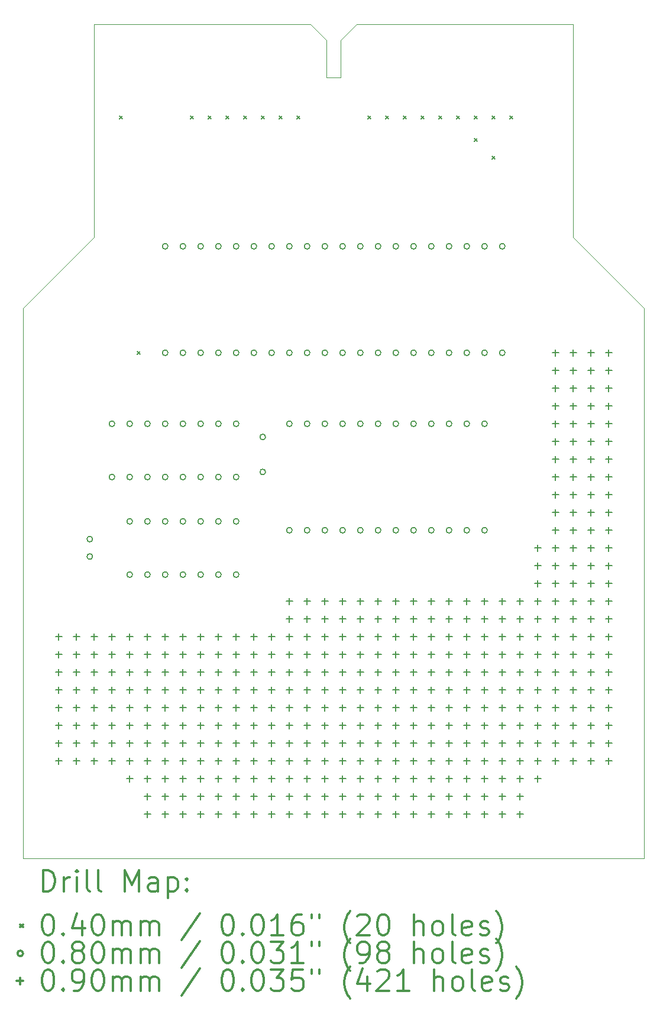
<source format=gbr>
%FSLAX45Y45*%
G04 Gerber Fmt 4.5, Leading zero omitted, Abs format (unit mm)*
G04 Created by KiCad (PCBNEW 5.1.2-f72e74a~84~ubuntu18.04.1) date 2019-07-07 13:50:05*
%MOMM*%
%LPD*%
G04 APERTURE LIST*
%ADD10C,0.050000*%
%ADD11C,0.200000*%
%ADD12C,0.300000*%
G04 APERTURE END LIST*
D10*
X15214600Y-6451600D02*
X15443200Y-6223000D01*
X14782800Y-6223000D02*
X15011400Y-6451600D01*
X10668000Y-10287000D02*
X11684000Y-9271000D01*
X10668000Y-18161000D02*
X10668000Y-10287000D01*
X19558000Y-18161000D02*
X10668000Y-18161000D01*
X19558000Y-10287000D02*
X19558000Y-18161000D01*
X18542000Y-9271000D02*
X19558000Y-10287000D01*
X15214600Y-6985000D02*
X15214600Y-6451600D01*
X15011400Y-6985000D02*
X15214600Y-6985000D01*
X15443200Y-6223000D02*
X18542000Y-6223000D01*
X15011400Y-6451600D02*
X15011400Y-6985000D01*
X11684000Y-9271000D02*
X11684000Y-6223000D01*
X18542000Y-6223000D02*
X18542000Y-9271000D01*
X11684000Y-6223000D02*
X14782800Y-6223000D01*
D11*
X12045000Y-7536500D02*
X12085000Y-7576500D01*
X12085000Y-7536500D02*
X12045000Y-7576500D01*
X12299000Y-10902000D02*
X12339000Y-10942000D01*
X12339000Y-10902000D02*
X12299000Y-10942000D01*
X13061000Y-7536500D02*
X13101000Y-7576500D01*
X13101000Y-7536500D02*
X13061000Y-7576500D01*
X13315000Y-7536500D02*
X13355000Y-7576500D01*
X13355000Y-7536500D02*
X13315000Y-7576500D01*
X13569000Y-7536500D02*
X13609000Y-7576500D01*
X13609000Y-7536500D02*
X13569000Y-7576500D01*
X13823000Y-7536500D02*
X13863000Y-7576500D01*
X13863000Y-7536500D02*
X13823000Y-7576500D01*
X14077000Y-7536500D02*
X14117000Y-7576500D01*
X14117000Y-7536500D02*
X14077000Y-7576500D01*
X14331000Y-7536500D02*
X14371000Y-7576500D01*
X14371000Y-7536500D02*
X14331000Y-7576500D01*
X14585000Y-7536500D02*
X14625000Y-7576500D01*
X14625000Y-7536500D02*
X14585000Y-7576500D01*
X15601000Y-7536500D02*
X15641000Y-7576500D01*
X15641000Y-7536500D02*
X15601000Y-7576500D01*
X15855000Y-7536500D02*
X15895000Y-7576500D01*
X15895000Y-7536500D02*
X15855000Y-7576500D01*
X16109000Y-7536500D02*
X16149000Y-7576500D01*
X16149000Y-7536500D02*
X16109000Y-7576500D01*
X16363000Y-7536500D02*
X16403000Y-7576500D01*
X16403000Y-7536500D02*
X16363000Y-7576500D01*
X16617000Y-7536500D02*
X16657000Y-7576500D01*
X16657000Y-7536500D02*
X16617000Y-7576500D01*
X16871000Y-7536500D02*
X16911000Y-7576500D01*
X16911000Y-7536500D02*
X16871000Y-7576500D01*
X17125000Y-7536500D02*
X17165000Y-7576500D01*
X17165000Y-7536500D02*
X17125000Y-7576500D01*
X17125000Y-7854000D02*
X17165000Y-7894000D01*
X17165000Y-7854000D02*
X17125000Y-7894000D01*
X17379000Y-7536500D02*
X17419000Y-7576500D01*
X17419000Y-7536500D02*
X17379000Y-7576500D01*
X17379000Y-8108000D02*
X17419000Y-8148000D01*
X17419000Y-8108000D02*
X17379000Y-8148000D01*
X17633000Y-7536500D02*
X17673000Y-7576500D01*
X17673000Y-7536500D02*
X17633000Y-7576500D01*
X12740000Y-9398000D02*
G75*
G03X12740000Y-9398000I-40000J0D01*
G01*
X12740000Y-10922000D02*
G75*
G03X12740000Y-10922000I-40000J0D01*
G01*
X12994000Y-9398000D02*
G75*
G03X12994000Y-9398000I-40000J0D01*
G01*
X12994000Y-10922000D02*
G75*
G03X12994000Y-10922000I-40000J0D01*
G01*
X13248000Y-9398000D02*
G75*
G03X13248000Y-9398000I-40000J0D01*
G01*
X13248000Y-10922000D02*
G75*
G03X13248000Y-10922000I-40000J0D01*
G01*
X13502000Y-9398000D02*
G75*
G03X13502000Y-9398000I-40000J0D01*
G01*
X13502000Y-10922000D02*
G75*
G03X13502000Y-10922000I-40000J0D01*
G01*
X13756000Y-9398000D02*
G75*
G03X13756000Y-9398000I-40000J0D01*
G01*
X13756000Y-10922000D02*
G75*
G03X13756000Y-10922000I-40000J0D01*
G01*
X14010000Y-9398000D02*
G75*
G03X14010000Y-9398000I-40000J0D01*
G01*
X14010000Y-10922000D02*
G75*
G03X14010000Y-10922000I-40000J0D01*
G01*
X14264000Y-9398000D02*
G75*
G03X14264000Y-9398000I-40000J0D01*
G01*
X14264000Y-10922000D02*
G75*
G03X14264000Y-10922000I-40000J0D01*
G01*
X14518000Y-9398000D02*
G75*
G03X14518000Y-9398000I-40000J0D01*
G01*
X14518000Y-10922000D02*
G75*
G03X14518000Y-10922000I-40000J0D01*
G01*
X14772000Y-9398000D02*
G75*
G03X14772000Y-9398000I-40000J0D01*
G01*
X14772000Y-10922000D02*
G75*
G03X14772000Y-10922000I-40000J0D01*
G01*
X15026000Y-9398000D02*
G75*
G03X15026000Y-9398000I-40000J0D01*
G01*
X15026000Y-10922000D02*
G75*
G03X15026000Y-10922000I-40000J0D01*
G01*
X15280000Y-9398000D02*
G75*
G03X15280000Y-9398000I-40000J0D01*
G01*
X15280000Y-10922000D02*
G75*
G03X15280000Y-10922000I-40000J0D01*
G01*
X15534000Y-9398000D02*
G75*
G03X15534000Y-9398000I-40000J0D01*
G01*
X15534000Y-10922000D02*
G75*
G03X15534000Y-10922000I-40000J0D01*
G01*
X15788000Y-9398000D02*
G75*
G03X15788000Y-9398000I-40000J0D01*
G01*
X15788000Y-10922000D02*
G75*
G03X15788000Y-10922000I-40000J0D01*
G01*
X16042000Y-9398000D02*
G75*
G03X16042000Y-9398000I-40000J0D01*
G01*
X16042000Y-10922000D02*
G75*
G03X16042000Y-10922000I-40000J0D01*
G01*
X16296000Y-9398000D02*
G75*
G03X16296000Y-9398000I-40000J0D01*
G01*
X16296000Y-10922000D02*
G75*
G03X16296000Y-10922000I-40000J0D01*
G01*
X16550000Y-9398000D02*
G75*
G03X16550000Y-9398000I-40000J0D01*
G01*
X16550000Y-10922000D02*
G75*
G03X16550000Y-10922000I-40000J0D01*
G01*
X16804000Y-9398000D02*
G75*
G03X16804000Y-9398000I-40000J0D01*
G01*
X16804000Y-10922000D02*
G75*
G03X16804000Y-10922000I-40000J0D01*
G01*
X17058000Y-9398000D02*
G75*
G03X17058000Y-9398000I-40000J0D01*
G01*
X17058000Y-10922000D02*
G75*
G03X17058000Y-10922000I-40000J0D01*
G01*
X17312000Y-9398000D02*
G75*
G03X17312000Y-9398000I-40000J0D01*
G01*
X17312000Y-10922000D02*
G75*
G03X17312000Y-10922000I-40000J0D01*
G01*
X17566000Y-9398000D02*
G75*
G03X17566000Y-9398000I-40000J0D01*
G01*
X17566000Y-10922000D02*
G75*
G03X17566000Y-10922000I-40000J0D01*
G01*
X11978000Y-11938000D02*
G75*
G03X11978000Y-11938000I-40000J0D01*
G01*
X11978000Y-12700000D02*
G75*
G03X11978000Y-12700000I-40000J0D01*
G01*
X12232000Y-11938000D02*
G75*
G03X12232000Y-11938000I-40000J0D01*
G01*
X12232000Y-12700000D02*
G75*
G03X12232000Y-12700000I-40000J0D01*
G01*
X12486000Y-11938000D02*
G75*
G03X12486000Y-11938000I-40000J0D01*
G01*
X12486000Y-12700000D02*
G75*
G03X12486000Y-12700000I-40000J0D01*
G01*
X12740000Y-11938000D02*
G75*
G03X12740000Y-11938000I-40000J0D01*
G01*
X12740000Y-12700000D02*
G75*
G03X12740000Y-12700000I-40000J0D01*
G01*
X12994000Y-11938000D02*
G75*
G03X12994000Y-11938000I-40000J0D01*
G01*
X12994000Y-12700000D02*
G75*
G03X12994000Y-12700000I-40000J0D01*
G01*
X13248000Y-11938000D02*
G75*
G03X13248000Y-11938000I-40000J0D01*
G01*
X13248000Y-12700000D02*
G75*
G03X13248000Y-12700000I-40000J0D01*
G01*
X13502000Y-11938000D02*
G75*
G03X13502000Y-11938000I-40000J0D01*
G01*
X13502000Y-12700000D02*
G75*
G03X13502000Y-12700000I-40000J0D01*
G01*
X13756000Y-11938000D02*
G75*
G03X13756000Y-11938000I-40000J0D01*
G01*
X13756000Y-12700000D02*
G75*
G03X13756000Y-12700000I-40000J0D01*
G01*
X14137000Y-12128500D02*
G75*
G03X14137000Y-12128500I-40000J0D01*
G01*
X14137000Y-12628500D02*
G75*
G03X14137000Y-12628500I-40000J0D01*
G01*
X14518000Y-11938000D02*
G75*
G03X14518000Y-11938000I-40000J0D01*
G01*
X14518000Y-13462000D02*
G75*
G03X14518000Y-13462000I-40000J0D01*
G01*
X14772000Y-11938000D02*
G75*
G03X14772000Y-11938000I-40000J0D01*
G01*
X14772000Y-13462000D02*
G75*
G03X14772000Y-13462000I-40000J0D01*
G01*
X15026000Y-11938000D02*
G75*
G03X15026000Y-11938000I-40000J0D01*
G01*
X15026000Y-13462000D02*
G75*
G03X15026000Y-13462000I-40000J0D01*
G01*
X15280000Y-11938000D02*
G75*
G03X15280000Y-11938000I-40000J0D01*
G01*
X15280000Y-13462000D02*
G75*
G03X15280000Y-13462000I-40000J0D01*
G01*
X15534000Y-11938000D02*
G75*
G03X15534000Y-11938000I-40000J0D01*
G01*
X15534000Y-13462000D02*
G75*
G03X15534000Y-13462000I-40000J0D01*
G01*
X15788000Y-11938000D02*
G75*
G03X15788000Y-11938000I-40000J0D01*
G01*
X15788000Y-13462000D02*
G75*
G03X15788000Y-13462000I-40000J0D01*
G01*
X16042000Y-11938000D02*
G75*
G03X16042000Y-11938000I-40000J0D01*
G01*
X16042000Y-13462000D02*
G75*
G03X16042000Y-13462000I-40000J0D01*
G01*
X16296000Y-11938000D02*
G75*
G03X16296000Y-11938000I-40000J0D01*
G01*
X16296000Y-13462000D02*
G75*
G03X16296000Y-13462000I-40000J0D01*
G01*
X16550000Y-11938000D02*
G75*
G03X16550000Y-11938000I-40000J0D01*
G01*
X16550000Y-13462000D02*
G75*
G03X16550000Y-13462000I-40000J0D01*
G01*
X16804000Y-11938000D02*
G75*
G03X16804000Y-11938000I-40000J0D01*
G01*
X16804000Y-13462000D02*
G75*
G03X16804000Y-13462000I-40000J0D01*
G01*
X17058000Y-11938000D02*
G75*
G03X17058000Y-11938000I-40000J0D01*
G01*
X17058000Y-13462000D02*
G75*
G03X17058000Y-13462000I-40000J0D01*
G01*
X17312000Y-11938000D02*
G75*
G03X17312000Y-11938000I-40000J0D01*
G01*
X17312000Y-13462000D02*
G75*
G03X17312000Y-13462000I-40000J0D01*
G01*
X11660500Y-13589000D02*
G75*
G03X11660500Y-13589000I-40000J0D01*
G01*
X11660500Y-13839000D02*
G75*
G03X11660500Y-13839000I-40000J0D01*
G01*
X12232000Y-13335000D02*
G75*
G03X12232000Y-13335000I-40000J0D01*
G01*
X12232000Y-14097000D02*
G75*
G03X12232000Y-14097000I-40000J0D01*
G01*
X12486000Y-13335000D02*
G75*
G03X12486000Y-13335000I-40000J0D01*
G01*
X12486000Y-14097000D02*
G75*
G03X12486000Y-14097000I-40000J0D01*
G01*
X12740000Y-13335000D02*
G75*
G03X12740000Y-13335000I-40000J0D01*
G01*
X12740000Y-14097000D02*
G75*
G03X12740000Y-14097000I-40000J0D01*
G01*
X12994000Y-13335000D02*
G75*
G03X12994000Y-13335000I-40000J0D01*
G01*
X12994000Y-14097000D02*
G75*
G03X12994000Y-14097000I-40000J0D01*
G01*
X13248000Y-13335000D02*
G75*
G03X13248000Y-13335000I-40000J0D01*
G01*
X13248000Y-14097000D02*
G75*
G03X13248000Y-14097000I-40000J0D01*
G01*
X13502000Y-13335000D02*
G75*
G03X13502000Y-13335000I-40000J0D01*
G01*
X13502000Y-14097000D02*
G75*
G03X13502000Y-14097000I-40000J0D01*
G01*
X13756000Y-13335000D02*
G75*
G03X13756000Y-13335000I-40000J0D01*
G01*
X13756000Y-14097000D02*
G75*
G03X13756000Y-14097000I-40000J0D01*
G01*
X18542000Y-11131000D02*
X18542000Y-11221000D01*
X18497000Y-11176000D02*
X18587000Y-11176000D01*
X12954000Y-15195000D02*
X12954000Y-15285000D01*
X12909000Y-15240000D02*
X12999000Y-15240000D01*
X15748000Y-15703000D02*
X15748000Y-15793000D01*
X15703000Y-15748000D02*
X15793000Y-15748000D01*
X18034000Y-13925000D02*
X18034000Y-14015000D01*
X17989000Y-13970000D02*
X18079000Y-13970000D01*
X15494000Y-17227000D02*
X15494000Y-17317000D01*
X15449000Y-17272000D02*
X15539000Y-17272000D01*
X18796000Y-12147000D02*
X18796000Y-12237000D01*
X18751000Y-12192000D02*
X18841000Y-12192000D01*
X13462000Y-15195000D02*
X13462000Y-15285000D01*
X13417000Y-15240000D02*
X13507000Y-15240000D01*
X12446000Y-15449000D02*
X12446000Y-15539000D01*
X12401000Y-15494000D02*
X12491000Y-15494000D01*
X13716000Y-15703000D02*
X13716000Y-15793000D01*
X13671000Y-15748000D02*
X13761000Y-15748000D01*
X12954000Y-15449000D02*
X12954000Y-15539000D01*
X12909000Y-15494000D02*
X12999000Y-15494000D01*
X19050000Y-14433000D02*
X19050000Y-14523000D01*
X19005000Y-14478000D02*
X19095000Y-14478000D01*
X14224000Y-16211000D02*
X14224000Y-16301000D01*
X14179000Y-16256000D02*
X14269000Y-16256000D01*
X12700000Y-16719000D02*
X12700000Y-16809000D01*
X12655000Y-16764000D02*
X12745000Y-16764000D01*
X14986000Y-16719000D02*
X14986000Y-16809000D01*
X14941000Y-16764000D02*
X15031000Y-16764000D01*
X18288000Y-14433000D02*
X18288000Y-14523000D01*
X18243000Y-14478000D02*
X18333000Y-14478000D01*
X11176000Y-14941000D02*
X11176000Y-15031000D01*
X11131000Y-14986000D02*
X11221000Y-14986000D01*
X17018000Y-15195000D02*
X17018000Y-15285000D01*
X16973000Y-15240000D02*
X17063000Y-15240000D01*
X19050000Y-16211000D02*
X19050000Y-16301000D01*
X19005000Y-16256000D02*
X19095000Y-16256000D01*
X16510000Y-17481000D02*
X16510000Y-17571000D01*
X16465000Y-17526000D02*
X16555000Y-17526000D01*
X13462000Y-16973000D02*
X13462000Y-17063000D01*
X13417000Y-17018000D02*
X13507000Y-17018000D01*
X15494000Y-16465000D02*
X15494000Y-16555000D01*
X15449000Y-16510000D02*
X15539000Y-16510000D01*
X18542000Y-11639000D02*
X18542000Y-11729000D01*
X18497000Y-11684000D02*
X18587000Y-11684000D01*
X18288000Y-13163000D02*
X18288000Y-13253000D01*
X18243000Y-13208000D02*
X18333000Y-13208000D01*
X16510000Y-15703000D02*
X16510000Y-15793000D01*
X16465000Y-15748000D02*
X16555000Y-15748000D01*
X16764000Y-16719000D02*
X16764000Y-16809000D01*
X16719000Y-16764000D02*
X16809000Y-16764000D01*
X12446000Y-17481000D02*
X12446000Y-17571000D01*
X12401000Y-17526000D02*
X12491000Y-17526000D01*
X12446000Y-15703000D02*
X12446000Y-15793000D01*
X12401000Y-15748000D02*
X12491000Y-15748000D01*
X16002000Y-14687000D02*
X16002000Y-14777000D01*
X15957000Y-14732000D02*
X16047000Y-14732000D01*
X13716000Y-16973000D02*
X13716000Y-17063000D01*
X13671000Y-17018000D02*
X13761000Y-17018000D01*
X17526000Y-14433000D02*
X17526000Y-14523000D01*
X17481000Y-14478000D02*
X17571000Y-14478000D01*
X18288000Y-14941000D02*
X18288000Y-15031000D01*
X18243000Y-14986000D02*
X18333000Y-14986000D01*
X16002000Y-14433000D02*
X16002000Y-14523000D01*
X15957000Y-14478000D02*
X16047000Y-14478000D01*
X14478000Y-14687000D02*
X14478000Y-14777000D01*
X14433000Y-14732000D02*
X14523000Y-14732000D01*
X18796000Y-15449000D02*
X18796000Y-15539000D01*
X18751000Y-15494000D02*
X18841000Y-15494000D01*
X18542000Y-12147000D02*
X18542000Y-12237000D01*
X18497000Y-12192000D02*
X18587000Y-12192000D01*
X18034000Y-16211000D02*
X18034000Y-16301000D01*
X17989000Y-16256000D02*
X18079000Y-16256000D01*
X15240000Y-17227000D02*
X15240000Y-17317000D01*
X15195000Y-17272000D02*
X15285000Y-17272000D01*
X15240000Y-14687000D02*
X15240000Y-14777000D01*
X15195000Y-14732000D02*
X15285000Y-14732000D01*
X12954000Y-17227000D02*
X12954000Y-17317000D01*
X12909000Y-17272000D02*
X12999000Y-17272000D01*
X17780000Y-16211000D02*
X17780000Y-16301000D01*
X17735000Y-16256000D02*
X17825000Y-16256000D01*
X13970000Y-17481000D02*
X13970000Y-17571000D01*
X13925000Y-17526000D02*
X14015000Y-17526000D01*
X18034000Y-14687000D02*
X18034000Y-14777000D01*
X17989000Y-14732000D02*
X18079000Y-14732000D01*
X11176000Y-15703000D02*
X11176000Y-15793000D01*
X11131000Y-15748000D02*
X11221000Y-15748000D01*
X11176000Y-15449000D02*
X11176000Y-15539000D01*
X11131000Y-15494000D02*
X11221000Y-15494000D01*
X12700000Y-16465000D02*
X12700000Y-16555000D01*
X12655000Y-16510000D02*
X12745000Y-16510000D01*
X18288000Y-11893000D02*
X18288000Y-11983000D01*
X18243000Y-11938000D02*
X18333000Y-11938000D01*
X18796000Y-12655000D02*
X18796000Y-12745000D01*
X18751000Y-12700000D02*
X18841000Y-12700000D01*
X12700000Y-14941000D02*
X12700000Y-15031000D01*
X12655000Y-14986000D02*
X12745000Y-14986000D01*
X19050000Y-13417000D02*
X19050000Y-13507000D01*
X19005000Y-13462000D02*
X19095000Y-13462000D01*
X12700000Y-15957000D02*
X12700000Y-16047000D01*
X12655000Y-16002000D02*
X12745000Y-16002000D01*
X14224000Y-14941000D02*
X14224000Y-15031000D01*
X14179000Y-14986000D02*
X14269000Y-14986000D01*
X17526000Y-15957000D02*
X17526000Y-16047000D01*
X17481000Y-16002000D02*
X17571000Y-16002000D01*
X16256000Y-15957000D02*
X16256000Y-16047000D01*
X16211000Y-16002000D02*
X16301000Y-16002000D01*
X13462000Y-14941000D02*
X13462000Y-15031000D01*
X13417000Y-14986000D02*
X13507000Y-14986000D01*
X11938000Y-16211000D02*
X11938000Y-16301000D01*
X11893000Y-16256000D02*
X11983000Y-16256000D01*
X12192000Y-16973000D02*
X12192000Y-17063000D01*
X12147000Y-17018000D02*
X12237000Y-17018000D01*
X12700000Y-17481000D02*
X12700000Y-17571000D01*
X12655000Y-17526000D02*
X12745000Y-17526000D01*
X19050000Y-15703000D02*
X19050000Y-15793000D01*
X19005000Y-15748000D02*
X19095000Y-15748000D01*
X14732000Y-15703000D02*
X14732000Y-15793000D01*
X14687000Y-15748000D02*
X14777000Y-15748000D01*
X18796000Y-11893000D02*
X18796000Y-11983000D01*
X18751000Y-11938000D02*
X18841000Y-11938000D01*
X11430000Y-15195000D02*
X11430000Y-15285000D01*
X11385000Y-15240000D02*
X11475000Y-15240000D01*
X14224000Y-15195000D02*
X14224000Y-15285000D01*
X14179000Y-15240000D02*
X14269000Y-15240000D01*
X11430000Y-16465000D02*
X11430000Y-16555000D01*
X11385000Y-16510000D02*
X11475000Y-16510000D01*
X13208000Y-17227000D02*
X13208000Y-17317000D01*
X13163000Y-17272000D02*
X13253000Y-17272000D01*
X15748000Y-14941000D02*
X15748000Y-15031000D01*
X15703000Y-14986000D02*
X15793000Y-14986000D01*
X13462000Y-17481000D02*
X13462000Y-17571000D01*
X13417000Y-17526000D02*
X13507000Y-17526000D01*
X19050000Y-15195000D02*
X19050000Y-15285000D01*
X19005000Y-15240000D02*
X19095000Y-15240000D01*
X17526000Y-17481000D02*
X17526000Y-17571000D01*
X17481000Y-17526000D02*
X17571000Y-17526000D01*
X15494000Y-17481000D02*
X15494000Y-17571000D01*
X15449000Y-17526000D02*
X15539000Y-17526000D01*
X15748000Y-15449000D02*
X15748000Y-15539000D01*
X15703000Y-15494000D02*
X15793000Y-15494000D01*
X16002000Y-15449000D02*
X16002000Y-15539000D01*
X15957000Y-15494000D02*
X16047000Y-15494000D01*
X18288000Y-10877000D02*
X18288000Y-10967000D01*
X18243000Y-10922000D02*
X18333000Y-10922000D01*
X13716000Y-16465000D02*
X13716000Y-16555000D01*
X13671000Y-16510000D02*
X13761000Y-16510000D01*
X18796000Y-14433000D02*
X18796000Y-14523000D01*
X18751000Y-14478000D02*
X18841000Y-14478000D01*
X15240000Y-15957000D02*
X15240000Y-16047000D01*
X15195000Y-16002000D02*
X15285000Y-16002000D01*
X18796000Y-15957000D02*
X18796000Y-16047000D01*
X18751000Y-16002000D02*
X18841000Y-16002000D01*
X15494000Y-14687000D02*
X15494000Y-14777000D01*
X15449000Y-14732000D02*
X15539000Y-14732000D01*
X17272000Y-16211000D02*
X17272000Y-16301000D01*
X17227000Y-16256000D02*
X17317000Y-16256000D01*
X19050000Y-11131000D02*
X19050000Y-11221000D01*
X19005000Y-11176000D02*
X19095000Y-11176000D01*
X16002000Y-16211000D02*
X16002000Y-16301000D01*
X15957000Y-16256000D02*
X16047000Y-16256000D01*
X19050000Y-16719000D02*
X19050000Y-16809000D01*
X19005000Y-16764000D02*
X19095000Y-16764000D01*
X14478000Y-17227000D02*
X14478000Y-17317000D01*
X14433000Y-17272000D02*
X14523000Y-17272000D01*
X15240000Y-14941000D02*
X15240000Y-15031000D01*
X15195000Y-14986000D02*
X15285000Y-14986000D01*
X18796000Y-15195000D02*
X18796000Y-15285000D01*
X18751000Y-15240000D02*
X18841000Y-15240000D01*
X11684000Y-15449000D02*
X11684000Y-15539000D01*
X11639000Y-15494000D02*
X11729000Y-15494000D01*
X14986000Y-15703000D02*
X14986000Y-15793000D01*
X14941000Y-15748000D02*
X15031000Y-15748000D01*
X13208000Y-16719000D02*
X13208000Y-16809000D01*
X13163000Y-16764000D02*
X13253000Y-16764000D01*
X13208000Y-15449000D02*
X13208000Y-15539000D01*
X13163000Y-15494000D02*
X13253000Y-15494000D01*
X13970000Y-15195000D02*
X13970000Y-15285000D01*
X13925000Y-15240000D02*
X14015000Y-15240000D01*
X14986000Y-16465000D02*
X14986000Y-16555000D01*
X14941000Y-16510000D02*
X15031000Y-16510000D01*
X17272000Y-14433000D02*
X17272000Y-14523000D01*
X17227000Y-14478000D02*
X17317000Y-14478000D01*
X12700000Y-15449000D02*
X12700000Y-15539000D01*
X12655000Y-15494000D02*
X12745000Y-15494000D01*
X14732000Y-15195000D02*
X14732000Y-15285000D01*
X14687000Y-15240000D02*
X14777000Y-15240000D01*
X15748000Y-16211000D02*
X15748000Y-16301000D01*
X15703000Y-16256000D02*
X15793000Y-16256000D01*
X15748000Y-14433000D02*
X15748000Y-14523000D01*
X15703000Y-14478000D02*
X15793000Y-14478000D01*
X16256000Y-17481000D02*
X16256000Y-17571000D01*
X16211000Y-17526000D02*
X16301000Y-17526000D01*
X17780000Y-15449000D02*
X17780000Y-15539000D01*
X17735000Y-15494000D02*
X17825000Y-15494000D01*
X18542000Y-14941000D02*
X18542000Y-15031000D01*
X18497000Y-14986000D02*
X18587000Y-14986000D01*
X16256000Y-16465000D02*
X16256000Y-16555000D01*
X16211000Y-16510000D02*
X16301000Y-16510000D01*
X18288000Y-11639000D02*
X18288000Y-11729000D01*
X18243000Y-11684000D02*
X18333000Y-11684000D01*
X16256000Y-16719000D02*
X16256000Y-16809000D01*
X16211000Y-16764000D02*
X16301000Y-16764000D01*
X16510000Y-16973000D02*
X16510000Y-17063000D01*
X16465000Y-17018000D02*
X16555000Y-17018000D01*
X15240000Y-16719000D02*
X15240000Y-16809000D01*
X15195000Y-16764000D02*
X15285000Y-16764000D01*
X14224000Y-15703000D02*
X14224000Y-15793000D01*
X14179000Y-15748000D02*
X14269000Y-15748000D01*
X18542000Y-12909000D02*
X18542000Y-12999000D01*
X18497000Y-12954000D02*
X18587000Y-12954000D01*
X17526000Y-16973000D02*
X17526000Y-17063000D01*
X17481000Y-17018000D02*
X17571000Y-17018000D01*
X13208000Y-15703000D02*
X13208000Y-15793000D01*
X13163000Y-15748000D02*
X13253000Y-15748000D01*
X14224000Y-17481000D02*
X14224000Y-17571000D01*
X14179000Y-17526000D02*
X14269000Y-17526000D01*
X14986000Y-17481000D02*
X14986000Y-17571000D01*
X14941000Y-17526000D02*
X15031000Y-17526000D01*
X16002000Y-14941000D02*
X16002000Y-15031000D01*
X15957000Y-14986000D02*
X16047000Y-14986000D01*
X17018000Y-16211000D02*
X17018000Y-16301000D01*
X16973000Y-16256000D02*
X17063000Y-16256000D01*
X16764000Y-17227000D02*
X16764000Y-17317000D01*
X16719000Y-17272000D02*
X16809000Y-17272000D01*
X17780000Y-17227000D02*
X17780000Y-17317000D01*
X17735000Y-17272000D02*
X17825000Y-17272000D01*
X19050000Y-12909000D02*
X19050000Y-12999000D01*
X19005000Y-12954000D02*
X19095000Y-12954000D01*
X18288000Y-12909000D02*
X18288000Y-12999000D01*
X18243000Y-12954000D02*
X18333000Y-12954000D01*
X16256000Y-14941000D02*
X16256000Y-15031000D01*
X16211000Y-14986000D02*
X16301000Y-14986000D01*
X18542000Y-14433000D02*
X18542000Y-14523000D01*
X18497000Y-14478000D02*
X18587000Y-14478000D01*
X13970000Y-17227000D02*
X13970000Y-17317000D01*
X13925000Y-17272000D02*
X14015000Y-17272000D01*
X18542000Y-16211000D02*
X18542000Y-16301000D01*
X18497000Y-16256000D02*
X18587000Y-16256000D01*
X14478000Y-16973000D02*
X14478000Y-17063000D01*
X14433000Y-17018000D02*
X14523000Y-17018000D01*
X12192000Y-15703000D02*
X12192000Y-15793000D01*
X12147000Y-15748000D02*
X12237000Y-15748000D01*
X13462000Y-15449000D02*
X13462000Y-15539000D01*
X13417000Y-15494000D02*
X13507000Y-15494000D01*
X18542000Y-14179000D02*
X18542000Y-14269000D01*
X18497000Y-14224000D02*
X18587000Y-14224000D01*
X11938000Y-15449000D02*
X11938000Y-15539000D01*
X11893000Y-15494000D02*
X11983000Y-15494000D01*
X14986000Y-16211000D02*
X14986000Y-16301000D01*
X14941000Y-16256000D02*
X15031000Y-16256000D01*
X18796000Y-14941000D02*
X18796000Y-15031000D01*
X18751000Y-14986000D02*
X18841000Y-14986000D01*
X11684000Y-15195000D02*
X11684000Y-15285000D01*
X11639000Y-15240000D02*
X11729000Y-15240000D01*
X13716000Y-17227000D02*
X13716000Y-17317000D01*
X13671000Y-17272000D02*
X13761000Y-17272000D01*
X18796000Y-14687000D02*
X18796000Y-14777000D01*
X18751000Y-14732000D02*
X18841000Y-14732000D01*
X13462000Y-16719000D02*
X13462000Y-16809000D01*
X13417000Y-16764000D02*
X13507000Y-16764000D01*
X18034000Y-15449000D02*
X18034000Y-15539000D01*
X17989000Y-15494000D02*
X18079000Y-15494000D01*
X19050000Y-15449000D02*
X19050000Y-15539000D01*
X19005000Y-15494000D02*
X19095000Y-15494000D01*
X13716000Y-16719000D02*
X13716000Y-16809000D01*
X13671000Y-16764000D02*
X13761000Y-16764000D01*
X12446000Y-16719000D02*
X12446000Y-16809000D01*
X12401000Y-16764000D02*
X12491000Y-16764000D01*
X18542000Y-16465000D02*
X18542000Y-16555000D01*
X18497000Y-16510000D02*
X18587000Y-16510000D01*
X14986000Y-15195000D02*
X14986000Y-15285000D01*
X14941000Y-15240000D02*
X15031000Y-15240000D01*
X17780000Y-17481000D02*
X17780000Y-17571000D01*
X17735000Y-17526000D02*
X17825000Y-17526000D01*
X11684000Y-16719000D02*
X11684000Y-16809000D01*
X11639000Y-16764000D02*
X11729000Y-16764000D01*
X18288000Y-13417000D02*
X18288000Y-13507000D01*
X18243000Y-13462000D02*
X18333000Y-13462000D01*
X14732000Y-16211000D02*
X14732000Y-16301000D01*
X14687000Y-16256000D02*
X14777000Y-16256000D01*
X18796000Y-13163000D02*
X18796000Y-13253000D01*
X18751000Y-13208000D02*
X18841000Y-13208000D01*
X19050000Y-12655000D02*
X19050000Y-12745000D01*
X19005000Y-12700000D02*
X19095000Y-12700000D01*
X18288000Y-15703000D02*
X18288000Y-15793000D01*
X18243000Y-15748000D02*
X18333000Y-15748000D01*
X19050000Y-12401000D02*
X19050000Y-12491000D01*
X19005000Y-12446000D02*
X19095000Y-12446000D01*
X16764000Y-14433000D02*
X16764000Y-14523000D01*
X16719000Y-14478000D02*
X16809000Y-14478000D01*
X16256000Y-17227000D02*
X16256000Y-17317000D01*
X16211000Y-17272000D02*
X16301000Y-17272000D01*
X17780000Y-14433000D02*
X17780000Y-14523000D01*
X17735000Y-14478000D02*
X17825000Y-14478000D01*
X15494000Y-14433000D02*
X15494000Y-14523000D01*
X15449000Y-14478000D02*
X15539000Y-14478000D01*
X11938000Y-14941000D02*
X11938000Y-15031000D01*
X11893000Y-14986000D02*
X11983000Y-14986000D01*
X11176000Y-15195000D02*
X11176000Y-15285000D01*
X11131000Y-15240000D02*
X11221000Y-15240000D01*
X18542000Y-16719000D02*
X18542000Y-16809000D01*
X18497000Y-16764000D02*
X18587000Y-16764000D01*
X14732000Y-14687000D02*
X14732000Y-14777000D01*
X14687000Y-14732000D02*
X14777000Y-14732000D01*
X19050000Y-11385000D02*
X19050000Y-11475000D01*
X19005000Y-11430000D02*
X19095000Y-11430000D01*
X17526000Y-15195000D02*
X17526000Y-15285000D01*
X17481000Y-15240000D02*
X17571000Y-15240000D01*
X16510000Y-16465000D02*
X16510000Y-16555000D01*
X16465000Y-16510000D02*
X16555000Y-16510000D01*
X16002000Y-16973000D02*
X16002000Y-17063000D01*
X15957000Y-17018000D02*
X16047000Y-17018000D01*
X18542000Y-15957000D02*
X18542000Y-16047000D01*
X18497000Y-16002000D02*
X18587000Y-16002000D01*
X18288000Y-16719000D02*
X18288000Y-16809000D01*
X18243000Y-16764000D02*
X18333000Y-16764000D01*
X16764000Y-16465000D02*
X16764000Y-16555000D01*
X16719000Y-16510000D02*
X16809000Y-16510000D01*
X14986000Y-14687000D02*
X14986000Y-14777000D01*
X14941000Y-14732000D02*
X15031000Y-14732000D01*
X14478000Y-17481000D02*
X14478000Y-17571000D01*
X14433000Y-17526000D02*
X14523000Y-17526000D01*
X16764000Y-17481000D02*
X16764000Y-17571000D01*
X16719000Y-17526000D02*
X16809000Y-17526000D01*
X17272000Y-17227000D02*
X17272000Y-17317000D01*
X17227000Y-17272000D02*
X17317000Y-17272000D01*
X13716000Y-15957000D02*
X13716000Y-16047000D01*
X13671000Y-16002000D02*
X13761000Y-16002000D01*
X16510000Y-15957000D02*
X16510000Y-16047000D01*
X16465000Y-16002000D02*
X16555000Y-16002000D01*
X11684000Y-15703000D02*
X11684000Y-15793000D01*
X11639000Y-15748000D02*
X11729000Y-15748000D01*
X11430000Y-16211000D02*
X11430000Y-16301000D01*
X11385000Y-16256000D02*
X11475000Y-16256000D01*
X18796000Y-15703000D02*
X18796000Y-15793000D01*
X18751000Y-15748000D02*
X18841000Y-15748000D01*
X12954000Y-16465000D02*
X12954000Y-16555000D01*
X12909000Y-16510000D02*
X12999000Y-16510000D01*
X16002000Y-16465000D02*
X16002000Y-16555000D01*
X15957000Y-16510000D02*
X16047000Y-16510000D01*
X14224000Y-15957000D02*
X14224000Y-16047000D01*
X14179000Y-16002000D02*
X14269000Y-16002000D01*
X14986000Y-15957000D02*
X14986000Y-16047000D01*
X14941000Y-16002000D02*
X15031000Y-16002000D01*
X18288000Y-14179000D02*
X18288000Y-14269000D01*
X18243000Y-14224000D02*
X18333000Y-14224000D01*
X13462000Y-16465000D02*
X13462000Y-16555000D01*
X13417000Y-16510000D02*
X13507000Y-16510000D01*
X18796000Y-12909000D02*
X18796000Y-12999000D01*
X18751000Y-12954000D02*
X18841000Y-12954000D01*
X16764000Y-15195000D02*
X16764000Y-15285000D01*
X16719000Y-15240000D02*
X16809000Y-15240000D01*
X13716000Y-17481000D02*
X13716000Y-17571000D01*
X13671000Y-17526000D02*
X13761000Y-17526000D01*
X16510000Y-16719000D02*
X16510000Y-16809000D01*
X16465000Y-16764000D02*
X16555000Y-16764000D01*
X15494000Y-14941000D02*
X15494000Y-15031000D01*
X15449000Y-14986000D02*
X15539000Y-14986000D01*
X19050000Y-13925000D02*
X19050000Y-14015000D01*
X19005000Y-13970000D02*
X19095000Y-13970000D01*
X17780000Y-16973000D02*
X17780000Y-17063000D01*
X17735000Y-17018000D02*
X17825000Y-17018000D01*
X13716000Y-14941000D02*
X13716000Y-15031000D01*
X13671000Y-14986000D02*
X13761000Y-14986000D01*
X15240000Y-14433000D02*
X15240000Y-14523000D01*
X15195000Y-14478000D02*
X15285000Y-14478000D01*
X16510000Y-16211000D02*
X16510000Y-16301000D01*
X16465000Y-16256000D02*
X16555000Y-16256000D01*
X18288000Y-11385000D02*
X18288000Y-11475000D01*
X18243000Y-11430000D02*
X18333000Y-11430000D01*
X17272000Y-16973000D02*
X17272000Y-17063000D01*
X17227000Y-17018000D02*
X17317000Y-17018000D01*
X18542000Y-15703000D02*
X18542000Y-15793000D01*
X18497000Y-15748000D02*
X18587000Y-15748000D01*
X15240000Y-16465000D02*
X15240000Y-16555000D01*
X15195000Y-16510000D02*
X15285000Y-16510000D01*
X19050000Y-13671000D02*
X19050000Y-13761000D01*
X19005000Y-13716000D02*
X19095000Y-13716000D01*
X17272000Y-17481000D02*
X17272000Y-17571000D01*
X17227000Y-17526000D02*
X17317000Y-17526000D01*
X15494000Y-15957000D02*
X15494000Y-16047000D01*
X15449000Y-16002000D02*
X15539000Y-16002000D01*
X18796000Y-13925000D02*
X18796000Y-14015000D01*
X18751000Y-13970000D02*
X18841000Y-13970000D01*
X15748000Y-17481000D02*
X15748000Y-17571000D01*
X15703000Y-17526000D02*
X15793000Y-17526000D01*
X16256000Y-15703000D02*
X16256000Y-15793000D01*
X16211000Y-15748000D02*
X16301000Y-15748000D01*
X18542000Y-13163000D02*
X18542000Y-13253000D01*
X18497000Y-13208000D02*
X18587000Y-13208000D01*
X17272000Y-16719000D02*
X17272000Y-16809000D01*
X17227000Y-16764000D02*
X17317000Y-16764000D01*
X13208000Y-15957000D02*
X13208000Y-16047000D01*
X13163000Y-16002000D02*
X13253000Y-16002000D01*
X16510000Y-14433000D02*
X16510000Y-14523000D01*
X16465000Y-14478000D02*
X16555000Y-14478000D01*
X13208000Y-16465000D02*
X13208000Y-16555000D01*
X13163000Y-16510000D02*
X13253000Y-16510000D01*
X11938000Y-15957000D02*
X11938000Y-16047000D01*
X11893000Y-16002000D02*
X11983000Y-16002000D01*
X18796000Y-13417000D02*
X18796000Y-13507000D01*
X18751000Y-13462000D02*
X18841000Y-13462000D01*
X14224000Y-17227000D02*
X14224000Y-17317000D01*
X14179000Y-17272000D02*
X14269000Y-17272000D01*
X14224000Y-16973000D02*
X14224000Y-17063000D01*
X14179000Y-17018000D02*
X14269000Y-17018000D01*
X13208000Y-15195000D02*
X13208000Y-15285000D01*
X13163000Y-15240000D02*
X13253000Y-15240000D01*
X11684000Y-14941000D02*
X11684000Y-15031000D01*
X11639000Y-14986000D02*
X11729000Y-14986000D01*
X14478000Y-15957000D02*
X14478000Y-16047000D01*
X14433000Y-16002000D02*
X14523000Y-16002000D01*
X14224000Y-15449000D02*
X14224000Y-15539000D01*
X14179000Y-15494000D02*
X14269000Y-15494000D01*
X16764000Y-14941000D02*
X16764000Y-15031000D01*
X16719000Y-14986000D02*
X16809000Y-14986000D01*
X14986000Y-15449000D02*
X14986000Y-15539000D01*
X14941000Y-15494000D02*
X15031000Y-15494000D01*
X16510000Y-15195000D02*
X16510000Y-15285000D01*
X16465000Y-15240000D02*
X16555000Y-15240000D01*
X18796000Y-11385000D02*
X18796000Y-11475000D01*
X18751000Y-11430000D02*
X18841000Y-11430000D01*
X17272000Y-14687000D02*
X17272000Y-14777000D01*
X17227000Y-14732000D02*
X17317000Y-14732000D01*
X12446000Y-16465000D02*
X12446000Y-16555000D01*
X12401000Y-16510000D02*
X12491000Y-16510000D01*
X12954000Y-17481000D02*
X12954000Y-17571000D01*
X12909000Y-17526000D02*
X12999000Y-17526000D01*
X14732000Y-16973000D02*
X14732000Y-17063000D01*
X14687000Y-17018000D02*
X14777000Y-17018000D01*
X18288000Y-12401000D02*
X18288000Y-12491000D01*
X18243000Y-12446000D02*
X18333000Y-12446000D01*
X19050000Y-16465000D02*
X19050000Y-16555000D01*
X19005000Y-16510000D02*
X19095000Y-16510000D01*
X12192000Y-14941000D02*
X12192000Y-15031000D01*
X12147000Y-14986000D02*
X12237000Y-14986000D01*
X13970000Y-16211000D02*
X13970000Y-16301000D01*
X13925000Y-16256000D02*
X14015000Y-16256000D01*
X15748000Y-17227000D02*
X15748000Y-17317000D01*
X15703000Y-17272000D02*
X15793000Y-17272000D01*
X11430000Y-14941000D02*
X11430000Y-15031000D01*
X11385000Y-14986000D02*
X11475000Y-14986000D01*
X19050000Y-11639000D02*
X19050000Y-11729000D01*
X19005000Y-11684000D02*
X19095000Y-11684000D01*
X12446000Y-16211000D02*
X12446000Y-16301000D01*
X12401000Y-16256000D02*
X12491000Y-16256000D01*
X13970000Y-16719000D02*
X13970000Y-16809000D01*
X13925000Y-16764000D02*
X14015000Y-16764000D01*
X17526000Y-14687000D02*
X17526000Y-14777000D01*
X17481000Y-14732000D02*
X17571000Y-14732000D01*
X14732000Y-16465000D02*
X14732000Y-16555000D01*
X14687000Y-16510000D02*
X14777000Y-16510000D01*
X18796000Y-10877000D02*
X18796000Y-10967000D01*
X18751000Y-10922000D02*
X18841000Y-10922000D01*
X16764000Y-15957000D02*
X16764000Y-16047000D01*
X16719000Y-16002000D02*
X16809000Y-16002000D01*
X18796000Y-16719000D02*
X18796000Y-16809000D01*
X18751000Y-16764000D02*
X18841000Y-16764000D01*
X18542000Y-12655000D02*
X18542000Y-12745000D01*
X18497000Y-12700000D02*
X18587000Y-12700000D01*
X17018000Y-15703000D02*
X17018000Y-15793000D01*
X16973000Y-15748000D02*
X17063000Y-15748000D01*
X15240000Y-15703000D02*
X15240000Y-15793000D01*
X15195000Y-15748000D02*
X15285000Y-15748000D01*
X16764000Y-16211000D02*
X16764000Y-16301000D01*
X16719000Y-16256000D02*
X16809000Y-16256000D01*
X19050000Y-11893000D02*
X19050000Y-11983000D01*
X19005000Y-11938000D02*
X19095000Y-11938000D01*
X15748000Y-15957000D02*
X15748000Y-16047000D01*
X15703000Y-16002000D02*
X15793000Y-16002000D01*
X14478000Y-16465000D02*
X14478000Y-16555000D01*
X14433000Y-16510000D02*
X14523000Y-16510000D01*
X15494000Y-16719000D02*
X15494000Y-16809000D01*
X15449000Y-16764000D02*
X15539000Y-16764000D01*
X11684000Y-16211000D02*
X11684000Y-16301000D01*
X11639000Y-16256000D02*
X11729000Y-16256000D01*
X18034000Y-16465000D02*
X18034000Y-16555000D01*
X17989000Y-16510000D02*
X18079000Y-16510000D01*
X15748000Y-16465000D02*
X15748000Y-16555000D01*
X15703000Y-16510000D02*
X15793000Y-16510000D01*
X18034000Y-13671000D02*
X18034000Y-13761000D01*
X17989000Y-13716000D02*
X18079000Y-13716000D01*
X19050000Y-15957000D02*
X19050000Y-16047000D01*
X19005000Y-16002000D02*
X19095000Y-16002000D01*
X16002000Y-17227000D02*
X16002000Y-17317000D01*
X15957000Y-17272000D02*
X16047000Y-17272000D01*
X17018000Y-14941000D02*
X17018000Y-15031000D01*
X16973000Y-14986000D02*
X17063000Y-14986000D01*
X17018000Y-15957000D02*
X17018000Y-16047000D01*
X16973000Y-16002000D02*
X17063000Y-16002000D01*
X19050000Y-13163000D02*
X19050000Y-13253000D01*
X19005000Y-13208000D02*
X19095000Y-13208000D01*
X17780000Y-15195000D02*
X17780000Y-15285000D01*
X17735000Y-15240000D02*
X17825000Y-15240000D01*
X15748000Y-14687000D02*
X15748000Y-14777000D01*
X15703000Y-14732000D02*
X15793000Y-14732000D01*
X16256000Y-15195000D02*
X16256000Y-15285000D01*
X16211000Y-15240000D02*
X16301000Y-15240000D01*
X18542000Y-13671000D02*
X18542000Y-13761000D01*
X18497000Y-13716000D02*
X18587000Y-13716000D01*
X18034000Y-15703000D02*
X18034000Y-15793000D01*
X17989000Y-15748000D02*
X18079000Y-15748000D01*
X17526000Y-15703000D02*
X17526000Y-15793000D01*
X17481000Y-15748000D02*
X17571000Y-15748000D01*
X11430000Y-15957000D02*
X11430000Y-16047000D01*
X11385000Y-16002000D02*
X11475000Y-16002000D01*
X14732000Y-14941000D02*
X14732000Y-15031000D01*
X14687000Y-14986000D02*
X14777000Y-14986000D01*
X14478000Y-15703000D02*
X14478000Y-15793000D01*
X14433000Y-15748000D02*
X14523000Y-15748000D01*
X14478000Y-16719000D02*
X14478000Y-16809000D01*
X14433000Y-16764000D02*
X14523000Y-16764000D01*
X12446000Y-15195000D02*
X12446000Y-15285000D01*
X12401000Y-15240000D02*
X12491000Y-15240000D01*
X14732000Y-15957000D02*
X14732000Y-16047000D01*
X14687000Y-16002000D02*
X14777000Y-16002000D01*
X12954000Y-16211000D02*
X12954000Y-16301000D01*
X12909000Y-16256000D02*
X12999000Y-16256000D01*
X12192000Y-15195000D02*
X12192000Y-15285000D01*
X12147000Y-15240000D02*
X12237000Y-15240000D01*
X14732000Y-15449000D02*
X14732000Y-15539000D01*
X14687000Y-15494000D02*
X14777000Y-15494000D01*
X12700000Y-15195000D02*
X12700000Y-15285000D01*
X12655000Y-15240000D02*
X12745000Y-15240000D01*
X16256000Y-15449000D02*
X16256000Y-15539000D01*
X16211000Y-15494000D02*
X16301000Y-15494000D01*
X18542000Y-12401000D02*
X18542000Y-12491000D01*
X18497000Y-12446000D02*
X18587000Y-12446000D01*
X19050000Y-14687000D02*
X19050000Y-14777000D01*
X19005000Y-14732000D02*
X19095000Y-14732000D01*
X18542000Y-15195000D02*
X18542000Y-15285000D01*
X18497000Y-15240000D02*
X18587000Y-15240000D01*
X14478000Y-14433000D02*
X14478000Y-14523000D01*
X14433000Y-14478000D02*
X14523000Y-14478000D01*
X17526000Y-15449000D02*
X17526000Y-15539000D01*
X17481000Y-15494000D02*
X17571000Y-15494000D01*
X18288000Y-15957000D02*
X18288000Y-16047000D01*
X18243000Y-16002000D02*
X18333000Y-16002000D01*
X18034000Y-16719000D02*
X18034000Y-16809000D01*
X17989000Y-16764000D02*
X18079000Y-16764000D01*
X16256000Y-14687000D02*
X16256000Y-14777000D01*
X16211000Y-14732000D02*
X16301000Y-14732000D01*
X14732000Y-17227000D02*
X14732000Y-17317000D01*
X14687000Y-17272000D02*
X14777000Y-17272000D01*
X18542000Y-13417000D02*
X18542000Y-13507000D01*
X18497000Y-13462000D02*
X18587000Y-13462000D01*
X17526000Y-16465000D02*
X17526000Y-16555000D01*
X17481000Y-16510000D02*
X17571000Y-16510000D01*
X11684000Y-15957000D02*
X11684000Y-16047000D01*
X11639000Y-16002000D02*
X11729000Y-16002000D01*
X11938000Y-15703000D02*
X11938000Y-15793000D01*
X11893000Y-15748000D02*
X11983000Y-15748000D01*
X17018000Y-16465000D02*
X17018000Y-16555000D01*
X16973000Y-16510000D02*
X17063000Y-16510000D01*
X12446000Y-16973000D02*
X12446000Y-17063000D01*
X12401000Y-17018000D02*
X12491000Y-17018000D01*
X12700000Y-17227000D02*
X12700000Y-17317000D01*
X12655000Y-17272000D02*
X12745000Y-17272000D01*
X16764000Y-15449000D02*
X16764000Y-15539000D01*
X16719000Y-15494000D02*
X16809000Y-15494000D01*
X16764000Y-15703000D02*
X16764000Y-15793000D01*
X16719000Y-15748000D02*
X16809000Y-15748000D01*
X17780000Y-16465000D02*
X17780000Y-16555000D01*
X17735000Y-16510000D02*
X17825000Y-16510000D01*
X17018000Y-17227000D02*
X17018000Y-17317000D01*
X16973000Y-17272000D02*
X17063000Y-17272000D01*
X13462000Y-17227000D02*
X13462000Y-17317000D01*
X13417000Y-17272000D02*
X13507000Y-17272000D01*
X17526000Y-17227000D02*
X17526000Y-17317000D01*
X17481000Y-17272000D02*
X17571000Y-17272000D01*
X15240000Y-15449000D02*
X15240000Y-15539000D01*
X15195000Y-15494000D02*
X15285000Y-15494000D01*
X16510000Y-15449000D02*
X16510000Y-15539000D01*
X16465000Y-15494000D02*
X16555000Y-15494000D01*
X12192000Y-16465000D02*
X12192000Y-16555000D01*
X12147000Y-16510000D02*
X12237000Y-16510000D01*
X13716000Y-15449000D02*
X13716000Y-15539000D01*
X13671000Y-15494000D02*
X13761000Y-15494000D01*
X12446000Y-15957000D02*
X12446000Y-16047000D01*
X12401000Y-16002000D02*
X12491000Y-16002000D01*
X12954000Y-14941000D02*
X12954000Y-15031000D01*
X12909000Y-14986000D02*
X12999000Y-14986000D01*
X18288000Y-13925000D02*
X18288000Y-14015000D01*
X18243000Y-13970000D02*
X18333000Y-13970000D01*
X19050000Y-10877000D02*
X19050000Y-10967000D01*
X19005000Y-10922000D02*
X19095000Y-10922000D01*
X14732000Y-16719000D02*
X14732000Y-16809000D01*
X14687000Y-16764000D02*
X14777000Y-16764000D01*
X13970000Y-15449000D02*
X13970000Y-15539000D01*
X13925000Y-15494000D02*
X14015000Y-15494000D01*
X13462000Y-15703000D02*
X13462000Y-15793000D01*
X13417000Y-15748000D02*
X13507000Y-15748000D01*
X12700000Y-15703000D02*
X12700000Y-15793000D01*
X12655000Y-15748000D02*
X12745000Y-15748000D01*
X18796000Y-11131000D02*
X18796000Y-11221000D01*
X18751000Y-11176000D02*
X18841000Y-11176000D01*
X18288000Y-12147000D02*
X18288000Y-12237000D01*
X18243000Y-12192000D02*
X18333000Y-12192000D01*
X11430000Y-15703000D02*
X11430000Y-15793000D01*
X11385000Y-15748000D02*
X11475000Y-15748000D01*
X18288000Y-14687000D02*
X18288000Y-14777000D01*
X18243000Y-14732000D02*
X18333000Y-14732000D01*
X15748000Y-15195000D02*
X15748000Y-15285000D01*
X15703000Y-15240000D02*
X15793000Y-15240000D01*
X13462000Y-15957000D02*
X13462000Y-16047000D01*
X13417000Y-16002000D02*
X13507000Y-16002000D01*
X18288000Y-16465000D02*
X18288000Y-16555000D01*
X18243000Y-16510000D02*
X18333000Y-16510000D01*
X18796000Y-14179000D02*
X18796000Y-14269000D01*
X18751000Y-14224000D02*
X18841000Y-14224000D01*
X14986000Y-14941000D02*
X14986000Y-15031000D01*
X14941000Y-14986000D02*
X15031000Y-14986000D01*
X11430000Y-15449000D02*
X11430000Y-15539000D01*
X11385000Y-15494000D02*
X11475000Y-15494000D01*
X15240000Y-15195000D02*
X15240000Y-15285000D01*
X15195000Y-15240000D02*
X15285000Y-15240000D01*
X11684000Y-16465000D02*
X11684000Y-16555000D01*
X11639000Y-16510000D02*
X11729000Y-16510000D01*
X14478000Y-15449000D02*
X14478000Y-15539000D01*
X14433000Y-15494000D02*
X14523000Y-15494000D01*
X18542000Y-10877000D02*
X18542000Y-10967000D01*
X18497000Y-10922000D02*
X18587000Y-10922000D01*
X11938000Y-15195000D02*
X11938000Y-15285000D01*
X11893000Y-15240000D02*
X11983000Y-15240000D01*
X18034000Y-14941000D02*
X18034000Y-15031000D01*
X17989000Y-14986000D02*
X18079000Y-14986000D01*
X11430000Y-16719000D02*
X11430000Y-16809000D01*
X11385000Y-16764000D02*
X11475000Y-16764000D01*
X17018000Y-17481000D02*
X17018000Y-17571000D01*
X16973000Y-17526000D02*
X17063000Y-17526000D01*
X15240000Y-17481000D02*
X15240000Y-17571000D01*
X15195000Y-17526000D02*
X15285000Y-17526000D01*
X14986000Y-17227000D02*
X14986000Y-17317000D01*
X14941000Y-17272000D02*
X15031000Y-17272000D01*
X18034000Y-15195000D02*
X18034000Y-15285000D01*
X17989000Y-15240000D02*
X18079000Y-15240000D01*
X18034000Y-15957000D02*
X18034000Y-16047000D01*
X17989000Y-16002000D02*
X18079000Y-16002000D01*
X16764000Y-16973000D02*
X16764000Y-17063000D01*
X16719000Y-17018000D02*
X16809000Y-17018000D01*
X17526000Y-16719000D02*
X17526000Y-16809000D01*
X17481000Y-16764000D02*
X17571000Y-16764000D01*
X16764000Y-14687000D02*
X16764000Y-14777000D01*
X16719000Y-14732000D02*
X16809000Y-14732000D01*
X11938000Y-16465000D02*
X11938000Y-16555000D01*
X11893000Y-16510000D02*
X11983000Y-16510000D01*
X12192000Y-15957000D02*
X12192000Y-16047000D01*
X12147000Y-16002000D02*
X12237000Y-16002000D01*
X16002000Y-15195000D02*
X16002000Y-15285000D01*
X15957000Y-15240000D02*
X16047000Y-15240000D01*
X11176000Y-16465000D02*
X11176000Y-16555000D01*
X11131000Y-16510000D02*
X11221000Y-16510000D01*
X15494000Y-16973000D02*
X15494000Y-17063000D01*
X15449000Y-17018000D02*
X15539000Y-17018000D01*
X16256000Y-14433000D02*
X16256000Y-14523000D01*
X16211000Y-14478000D02*
X16301000Y-14478000D01*
X18288000Y-11131000D02*
X18288000Y-11221000D01*
X18243000Y-11176000D02*
X18333000Y-11176000D01*
X19050000Y-14179000D02*
X19050000Y-14269000D01*
X19005000Y-14224000D02*
X19095000Y-14224000D01*
X15240000Y-16973000D02*
X15240000Y-17063000D01*
X15195000Y-17018000D02*
X15285000Y-17018000D01*
X16510000Y-14941000D02*
X16510000Y-15031000D01*
X16465000Y-14986000D02*
X16555000Y-14986000D01*
X17018000Y-16719000D02*
X17018000Y-16809000D01*
X16973000Y-16764000D02*
X17063000Y-16764000D01*
X17272000Y-15449000D02*
X17272000Y-15539000D01*
X17227000Y-15494000D02*
X17317000Y-15494000D01*
X15748000Y-16973000D02*
X15748000Y-17063000D01*
X15703000Y-17018000D02*
X15793000Y-17018000D01*
X15494000Y-15449000D02*
X15494000Y-15539000D01*
X15449000Y-15494000D02*
X15539000Y-15494000D01*
X18542000Y-13925000D02*
X18542000Y-14015000D01*
X18497000Y-13970000D02*
X18587000Y-13970000D01*
X17780000Y-14941000D02*
X17780000Y-15031000D01*
X17735000Y-14986000D02*
X17825000Y-14986000D01*
X13208000Y-16211000D02*
X13208000Y-16301000D01*
X13163000Y-16256000D02*
X13253000Y-16256000D01*
X12192000Y-16211000D02*
X12192000Y-16301000D01*
X12147000Y-16256000D02*
X12237000Y-16256000D01*
X18796000Y-11639000D02*
X18796000Y-11729000D01*
X18751000Y-11684000D02*
X18841000Y-11684000D01*
X18034000Y-16973000D02*
X18034000Y-17063000D01*
X17989000Y-17018000D02*
X18079000Y-17018000D01*
X12954000Y-16719000D02*
X12954000Y-16809000D01*
X12909000Y-16764000D02*
X12999000Y-16764000D01*
X17272000Y-15195000D02*
X17272000Y-15285000D01*
X17227000Y-15240000D02*
X17317000Y-15240000D01*
X13716000Y-16211000D02*
X13716000Y-16301000D01*
X13671000Y-16256000D02*
X13761000Y-16256000D01*
X12192000Y-15449000D02*
X12192000Y-15539000D01*
X12147000Y-15494000D02*
X12237000Y-15494000D01*
X11176000Y-16719000D02*
X11176000Y-16809000D01*
X11131000Y-16764000D02*
X11221000Y-16764000D01*
X17018000Y-15449000D02*
X17018000Y-15539000D01*
X16973000Y-15494000D02*
X17063000Y-15494000D01*
X11176000Y-15957000D02*
X11176000Y-16047000D01*
X11131000Y-16002000D02*
X11221000Y-16002000D01*
X12446000Y-14941000D02*
X12446000Y-15031000D01*
X12401000Y-14986000D02*
X12491000Y-14986000D01*
X14732000Y-14433000D02*
X14732000Y-14523000D01*
X14687000Y-14478000D02*
X14777000Y-14478000D01*
X17272000Y-14941000D02*
X17272000Y-15031000D01*
X17227000Y-14986000D02*
X17317000Y-14986000D01*
X18288000Y-15195000D02*
X18288000Y-15285000D01*
X18243000Y-15240000D02*
X18333000Y-15240000D01*
X17526000Y-16211000D02*
X17526000Y-16301000D01*
X17481000Y-16256000D02*
X17571000Y-16256000D01*
X18796000Y-16465000D02*
X18796000Y-16555000D01*
X18751000Y-16510000D02*
X18841000Y-16510000D01*
X19050000Y-14941000D02*
X19050000Y-15031000D01*
X19005000Y-14986000D02*
X19095000Y-14986000D01*
X17272000Y-15957000D02*
X17272000Y-16047000D01*
X17227000Y-16002000D02*
X17317000Y-16002000D01*
X16002000Y-15957000D02*
X16002000Y-16047000D01*
X15957000Y-16002000D02*
X16047000Y-16002000D01*
X18034000Y-14433000D02*
X18034000Y-14523000D01*
X17989000Y-14478000D02*
X18079000Y-14478000D01*
X17526000Y-14941000D02*
X17526000Y-15031000D01*
X17481000Y-14986000D02*
X17571000Y-14986000D01*
X14478000Y-16211000D02*
X14478000Y-16301000D01*
X14433000Y-16256000D02*
X14523000Y-16256000D01*
X12446000Y-17227000D02*
X12446000Y-17317000D01*
X12401000Y-17272000D02*
X12491000Y-17272000D01*
X12954000Y-15957000D02*
X12954000Y-16047000D01*
X12909000Y-16002000D02*
X12999000Y-16002000D01*
X12954000Y-16973000D02*
X12954000Y-17063000D01*
X12909000Y-17018000D02*
X12999000Y-17018000D01*
X16510000Y-17227000D02*
X16510000Y-17317000D01*
X16465000Y-17272000D02*
X16555000Y-17272000D01*
X17018000Y-14687000D02*
X17018000Y-14777000D01*
X16973000Y-14732000D02*
X17063000Y-14732000D01*
X18542000Y-14687000D02*
X18542000Y-14777000D01*
X18497000Y-14732000D02*
X18587000Y-14732000D01*
X17018000Y-14433000D02*
X17018000Y-14523000D01*
X16973000Y-14478000D02*
X17063000Y-14478000D01*
X15240000Y-16211000D02*
X15240000Y-16301000D01*
X15195000Y-16256000D02*
X15285000Y-16256000D01*
X12700000Y-16973000D02*
X12700000Y-17063000D01*
X12655000Y-17018000D02*
X12745000Y-17018000D01*
X15494000Y-15703000D02*
X15494000Y-15793000D01*
X15449000Y-15748000D02*
X15539000Y-15748000D01*
X14986000Y-14433000D02*
X14986000Y-14523000D01*
X14941000Y-14478000D02*
X15031000Y-14478000D01*
X18034000Y-14179000D02*
X18034000Y-14269000D01*
X17989000Y-14224000D02*
X18079000Y-14224000D01*
X13208000Y-14941000D02*
X13208000Y-15031000D01*
X13163000Y-14986000D02*
X13253000Y-14986000D01*
X13970000Y-14941000D02*
X13970000Y-15031000D01*
X13925000Y-14986000D02*
X14015000Y-14986000D01*
X12192000Y-16719000D02*
X12192000Y-16809000D01*
X12147000Y-16764000D02*
X12237000Y-16764000D01*
X18288000Y-13671000D02*
X18288000Y-13761000D01*
X18243000Y-13716000D02*
X18333000Y-13716000D01*
X17780000Y-16719000D02*
X17780000Y-16809000D01*
X17735000Y-16764000D02*
X17825000Y-16764000D01*
X11938000Y-16719000D02*
X11938000Y-16809000D01*
X11893000Y-16764000D02*
X11983000Y-16764000D01*
X13970000Y-15957000D02*
X13970000Y-16047000D01*
X13925000Y-16002000D02*
X14015000Y-16002000D01*
X12954000Y-15703000D02*
X12954000Y-15793000D01*
X12909000Y-15748000D02*
X12999000Y-15748000D01*
X14224000Y-16719000D02*
X14224000Y-16809000D01*
X14179000Y-16764000D02*
X14269000Y-16764000D01*
X13208000Y-16973000D02*
X13208000Y-17063000D01*
X13163000Y-17018000D02*
X13253000Y-17018000D01*
X14224000Y-16465000D02*
X14224000Y-16555000D01*
X14179000Y-16510000D02*
X14269000Y-16510000D01*
X12700000Y-16211000D02*
X12700000Y-16301000D01*
X12655000Y-16256000D02*
X12745000Y-16256000D01*
X16002000Y-17481000D02*
X16002000Y-17571000D01*
X15957000Y-17526000D02*
X16047000Y-17526000D01*
X18796000Y-12401000D02*
X18796000Y-12491000D01*
X18751000Y-12446000D02*
X18841000Y-12446000D01*
X13716000Y-15195000D02*
X13716000Y-15285000D01*
X13671000Y-15240000D02*
X13761000Y-15240000D01*
X14986000Y-16973000D02*
X14986000Y-17063000D01*
X14941000Y-17018000D02*
X15031000Y-17018000D01*
X18542000Y-11893000D02*
X18542000Y-11983000D01*
X18497000Y-11938000D02*
X18587000Y-11938000D01*
X14478000Y-14941000D02*
X14478000Y-15031000D01*
X14433000Y-14986000D02*
X14523000Y-14986000D01*
X14478000Y-15195000D02*
X14478000Y-15285000D01*
X14433000Y-15240000D02*
X14523000Y-15240000D01*
X13970000Y-15703000D02*
X13970000Y-15793000D01*
X13925000Y-15748000D02*
X14015000Y-15748000D01*
X17272000Y-16465000D02*
X17272000Y-16555000D01*
X17227000Y-16510000D02*
X17317000Y-16510000D01*
X16256000Y-16211000D02*
X16256000Y-16301000D01*
X16211000Y-16256000D02*
X16301000Y-16256000D01*
X18288000Y-16211000D02*
X18288000Y-16301000D01*
X18243000Y-16256000D02*
X18333000Y-16256000D01*
X13462000Y-16211000D02*
X13462000Y-16301000D01*
X13417000Y-16256000D02*
X13507000Y-16256000D01*
X17018000Y-16973000D02*
X17018000Y-17063000D01*
X16973000Y-17018000D02*
X17063000Y-17018000D01*
X18542000Y-11385000D02*
X18542000Y-11475000D01*
X18497000Y-11430000D02*
X18587000Y-11430000D01*
X13208000Y-17481000D02*
X13208000Y-17571000D01*
X13163000Y-17526000D02*
X13253000Y-17526000D01*
X17780000Y-14687000D02*
X17780000Y-14777000D01*
X17735000Y-14732000D02*
X17825000Y-14732000D01*
X16256000Y-16973000D02*
X16256000Y-17063000D01*
X16211000Y-17018000D02*
X16301000Y-17018000D01*
X15494000Y-15195000D02*
X15494000Y-15285000D01*
X15449000Y-15240000D02*
X15539000Y-15240000D01*
X15748000Y-16719000D02*
X15748000Y-16809000D01*
X15703000Y-16764000D02*
X15793000Y-16764000D01*
X18288000Y-12655000D02*
X18288000Y-12745000D01*
X18243000Y-12700000D02*
X18333000Y-12700000D01*
X18796000Y-13671000D02*
X18796000Y-13761000D01*
X18751000Y-13716000D02*
X18841000Y-13716000D01*
X11176000Y-16211000D02*
X11176000Y-16301000D01*
X11131000Y-16256000D02*
X11221000Y-16256000D01*
X13970000Y-16465000D02*
X13970000Y-16555000D01*
X13925000Y-16510000D02*
X14015000Y-16510000D01*
X18796000Y-16211000D02*
X18796000Y-16301000D01*
X18751000Y-16256000D02*
X18841000Y-16256000D01*
X16510000Y-14687000D02*
X16510000Y-14777000D01*
X16465000Y-14732000D02*
X16555000Y-14732000D01*
X15494000Y-16211000D02*
X15494000Y-16301000D01*
X15449000Y-16256000D02*
X15539000Y-16256000D01*
X13970000Y-16973000D02*
X13970000Y-17063000D01*
X13925000Y-17018000D02*
X14015000Y-17018000D01*
X16002000Y-15703000D02*
X16002000Y-15793000D01*
X15957000Y-15748000D02*
X16047000Y-15748000D01*
X17272000Y-15703000D02*
X17272000Y-15793000D01*
X17227000Y-15748000D02*
X17317000Y-15748000D01*
X16002000Y-16719000D02*
X16002000Y-16809000D01*
X15957000Y-16764000D02*
X16047000Y-16764000D01*
X14732000Y-17481000D02*
X14732000Y-17571000D01*
X14687000Y-17526000D02*
X14777000Y-17526000D01*
X17780000Y-15703000D02*
X17780000Y-15793000D01*
X17735000Y-15748000D02*
X17825000Y-15748000D01*
X18288000Y-15449000D02*
X18288000Y-15539000D01*
X18243000Y-15494000D02*
X18333000Y-15494000D01*
X18542000Y-15449000D02*
X18542000Y-15539000D01*
X18497000Y-15494000D02*
X18587000Y-15494000D01*
X17780000Y-15957000D02*
X17780000Y-16047000D01*
X17735000Y-16002000D02*
X17825000Y-16002000D01*
X19050000Y-12147000D02*
X19050000Y-12237000D01*
X19005000Y-12192000D02*
X19095000Y-12192000D01*
D12*
X10951928Y-18629214D02*
X10951928Y-18329214D01*
X11023357Y-18329214D01*
X11066214Y-18343500D01*
X11094786Y-18372072D01*
X11109071Y-18400643D01*
X11123357Y-18457786D01*
X11123357Y-18500643D01*
X11109071Y-18557786D01*
X11094786Y-18586357D01*
X11066214Y-18614929D01*
X11023357Y-18629214D01*
X10951928Y-18629214D01*
X11251928Y-18629214D02*
X11251928Y-18429214D01*
X11251928Y-18486357D02*
X11266214Y-18457786D01*
X11280500Y-18443500D01*
X11309071Y-18429214D01*
X11337643Y-18429214D01*
X11437643Y-18629214D02*
X11437643Y-18429214D01*
X11437643Y-18329214D02*
X11423357Y-18343500D01*
X11437643Y-18357786D01*
X11451928Y-18343500D01*
X11437643Y-18329214D01*
X11437643Y-18357786D01*
X11623357Y-18629214D02*
X11594786Y-18614929D01*
X11580500Y-18586357D01*
X11580500Y-18329214D01*
X11780500Y-18629214D02*
X11751928Y-18614929D01*
X11737643Y-18586357D01*
X11737643Y-18329214D01*
X12123357Y-18629214D02*
X12123357Y-18329214D01*
X12223357Y-18543500D01*
X12323357Y-18329214D01*
X12323357Y-18629214D01*
X12594786Y-18629214D02*
X12594786Y-18472072D01*
X12580500Y-18443500D01*
X12551928Y-18429214D01*
X12494786Y-18429214D01*
X12466214Y-18443500D01*
X12594786Y-18614929D02*
X12566214Y-18629214D01*
X12494786Y-18629214D01*
X12466214Y-18614929D01*
X12451928Y-18586357D01*
X12451928Y-18557786D01*
X12466214Y-18529214D01*
X12494786Y-18514929D01*
X12566214Y-18514929D01*
X12594786Y-18500643D01*
X12737643Y-18429214D02*
X12737643Y-18729214D01*
X12737643Y-18443500D02*
X12766214Y-18429214D01*
X12823357Y-18429214D01*
X12851928Y-18443500D01*
X12866214Y-18457786D01*
X12880500Y-18486357D01*
X12880500Y-18572072D01*
X12866214Y-18600643D01*
X12851928Y-18614929D01*
X12823357Y-18629214D01*
X12766214Y-18629214D01*
X12737643Y-18614929D01*
X13009071Y-18600643D02*
X13023357Y-18614929D01*
X13009071Y-18629214D01*
X12994786Y-18614929D01*
X13009071Y-18600643D01*
X13009071Y-18629214D01*
X13009071Y-18443500D02*
X13023357Y-18457786D01*
X13009071Y-18472072D01*
X12994786Y-18457786D01*
X13009071Y-18443500D01*
X13009071Y-18472072D01*
X10625500Y-19103500D02*
X10665500Y-19143500D01*
X10665500Y-19103500D02*
X10625500Y-19143500D01*
X11009071Y-18959214D02*
X11037643Y-18959214D01*
X11066214Y-18973500D01*
X11080500Y-18987786D01*
X11094786Y-19016357D01*
X11109071Y-19073500D01*
X11109071Y-19144929D01*
X11094786Y-19202072D01*
X11080500Y-19230643D01*
X11066214Y-19244929D01*
X11037643Y-19259214D01*
X11009071Y-19259214D01*
X10980500Y-19244929D01*
X10966214Y-19230643D01*
X10951928Y-19202072D01*
X10937643Y-19144929D01*
X10937643Y-19073500D01*
X10951928Y-19016357D01*
X10966214Y-18987786D01*
X10980500Y-18973500D01*
X11009071Y-18959214D01*
X11237643Y-19230643D02*
X11251928Y-19244929D01*
X11237643Y-19259214D01*
X11223357Y-19244929D01*
X11237643Y-19230643D01*
X11237643Y-19259214D01*
X11509071Y-19059214D02*
X11509071Y-19259214D01*
X11437643Y-18944929D02*
X11366214Y-19159214D01*
X11551928Y-19159214D01*
X11723357Y-18959214D02*
X11751928Y-18959214D01*
X11780500Y-18973500D01*
X11794786Y-18987786D01*
X11809071Y-19016357D01*
X11823357Y-19073500D01*
X11823357Y-19144929D01*
X11809071Y-19202072D01*
X11794786Y-19230643D01*
X11780500Y-19244929D01*
X11751928Y-19259214D01*
X11723357Y-19259214D01*
X11694786Y-19244929D01*
X11680500Y-19230643D01*
X11666214Y-19202072D01*
X11651928Y-19144929D01*
X11651928Y-19073500D01*
X11666214Y-19016357D01*
X11680500Y-18987786D01*
X11694786Y-18973500D01*
X11723357Y-18959214D01*
X11951928Y-19259214D02*
X11951928Y-19059214D01*
X11951928Y-19087786D02*
X11966214Y-19073500D01*
X11994786Y-19059214D01*
X12037643Y-19059214D01*
X12066214Y-19073500D01*
X12080500Y-19102072D01*
X12080500Y-19259214D01*
X12080500Y-19102072D02*
X12094786Y-19073500D01*
X12123357Y-19059214D01*
X12166214Y-19059214D01*
X12194786Y-19073500D01*
X12209071Y-19102072D01*
X12209071Y-19259214D01*
X12351928Y-19259214D02*
X12351928Y-19059214D01*
X12351928Y-19087786D02*
X12366214Y-19073500D01*
X12394786Y-19059214D01*
X12437643Y-19059214D01*
X12466214Y-19073500D01*
X12480500Y-19102072D01*
X12480500Y-19259214D01*
X12480500Y-19102072D02*
X12494786Y-19073500D01*
X12523357Y-19059214D01*
X12566214Y-19059214D01*
X12594786Y-19073500D01*
X12609071Y-19102072D01*
X12609071Y-19259214D01*
X13194786Y-18944929D02*
X12937643Y-19330643D01*
X13580500Y-18959214D02*
X13609071Y-18959214D01*
X13637643Y-18973500D01*
X13651928Y-18987786D01*
X13666214Y-19016357D01*
X13680500Y-19073500D01*
X13680500Y-19144929D01*
X13666214Y-19202072D01*
X13651928Y-19230643D01*
X13637643Y-19244929D01*
X13609071Y-19259214D01*
X13580500Y-19259214D01*
X13551928Y-19244929D01*
X13537643Y-19230643D01*
X13523357Y-19202072D01*
X13509071Y-19144929D01*
X13509071Y-19073500D01*
X13523357Y-19016357D01*
X13537643Y-18987786D01*
X13551928Y-18973500D01*
X13580500Y-18959214D01*
X13809071Y-19230643D02*
X13823357Y-19244929D01*
X13809071Y-19259214D01*
X13794786Y-19244929D01*
X13809071Y-19230643D01*
X13809071Y-19259214D01*
X14009071Y-18959214D02*
X14037643Y-18959214D01*
X14066214Y-18973500D01*
X14080500Y-18987786D01*
X14094786Y-19016357D01*
X14109071Y-19073500D01*
X14109071Y-19144929D01*
X14094786Y-19202072D01*
X14080500Y-19230643D01*
X14066214Y-19244929D01*
X14037643Y-19259214D01*
X14009071Y-19259214D01*
X13980500Y-19244929D01*
X13966214Y-19230643D01*
X13951928Y-19202072D01*
X13937643Y-19144929D01*
X13937643Y-19073500D01*
X13951928Y-19016357D01*
X13966214Y-18987786D01*
X13980500Y-18973500D01*
X14009071Y-18959214D01*
X14394786Y-19259214D02*
X14223357Y-19259214D01*
X14309071Y-19259214D02*
X14309071Y-18959214D01*
X14280500Y-19002072D01*
X14251928Y-19030643D01*
X14223357Y-19044929D01*
X14651928Y-18959214D02*
X14594786Y-18959214D01*
X14566214Y-18973500D01*
X14551928Y-18987786D01*
X14523357Y-19030643D01*
X14509071Y-19087786D01*
X14509071Y-19202072D01*
X14523357Y-19230643D01*
X14537643Y-19244929D01*
X14566214Y-19259214D01*
X14623357Y-19259214D01*
X14651928Y-19244929D01*
X14666214Y-19230643D01*
X14680500Y-19202072D01*
X14680500Y-19130643D01*
X14666214Y-19102072D01*
X14651928Y-19087786D01*
X14623357Y-19073500D01*
X14566214Y-19073500D01*
X14537643Y-19087786D01*
X14523357Y-19102072D01*
X14509071Y-19130643D01*
X14794786Y-18959214D02*
X14794786Y-19016357D01*
X14909071Y-18959214D02*
X14909071Y-19016357D01*
X15351928Y-19373500D02*
X15337643Y-19359214D01*
X15309071Y-19316357D01*
X15294786Y-19287786D01*
X15280500Y-19244929D01*
X15266214Y-19173500D01*
X15266214Y-19116357D01*
X15280500Y-19044929D01*
X15294786Y-19002072D01*
X15309071Y-18973500D01*
X15337643Y-18930643D01*
X15351928Y-18916357D01*
X15451928Y-18987786D02*
X15466214Y-18973500D01*
X15494786Y-18959214D01*
X15566214Y-18959214D01*
X15594786Y-18973500D01*
X15609071Y-18987786D01*
X15623357Y-19016357D01*
X15623357Y-19044929D01*
X15609071Y-19087786D01*
X15437643Y-19259214D01*
X15623357Y-19259214D01*
X15809071Y-18959214D02*
X15837643Y-18959214D01*
X15866214Y-18973500D01*
X15880500Y-18987786D01*
X15894786Y-19016357D01*
X15909071Y-19073500D01*
X15909071Y-19144929D01*
X15894786Y-19202072D01*
X15880500Y-19230643D01*
X15866214Y-19244929D01*
X15837643Y-19259214D01*
X15809071Y-19259214D01*
X15780500Y-19244929D01*
X15766214Y-19230643D01*
X15751928Y-19202072D01*
X15737643Y-19144929D01*
X15737643Y-19073500D01*
X15751928Y-19016357D01*
X15766214Y-18987786D01*
X15780500Y-18973500D01*
X15809071Y-18959214D01*
X16266214Y-19259214D02*
X16266214Y-18959214D01*
X16394786Y-19259214D02*
X16394786Y-19102072D01*
X16380500Y-19073500D01*
X16351928Y-19059214D01*
X16309071Y-19059214D01*
X16280500Y-19073500D01*
X16266214Y-19087786D01*
X16580500Y-19259214D02*
X16551928Y-19244929D01*
X16537643Y-19230643D01*
X16523357Y-19202072D01*
X16523357Y-19116357D01*
X16537643Y-19087786D01*
X16551928Y-19073500D01*
X16580500Y-19059214D01*
X16623357Y-19059214D01*
X16651928Y-19073500D01*
X16666214Y-19087786D01*
X16680500Y-19116357D01*
X16680500Y-19202072D01*
X16666214Y-19230643D01*
X16651928Y-19244929D01*
X16623357Y-19259214D01*
X16580500Y-19259214D01*
X16851928Y-19259214D02*
X16823357Y-19244929D01*
X16809071Y-19216357D01*
X16809071Y-18959214D01*
X17080500Y-19244929D02*
X17051928Y-19259214D01*
X16994786Y-19259214D01*
X16966214Y-19244929D01*
X16951928Y-19216357D01*
X16951928Y-19102072D01*
X16966214Y-19073500D01*
X16994786Y-19059214D01*
X17051928Y-19059214D01*
X17080500Y-19073500D01*
X17094786Y-19102072D01*
X17094786Y-19130643D01*
X16951928Y-19159214D01*
X17209071Y-19244929D02*
X17237643Y-19259214D01*
X17294786Y-19259214D01*
X17323357Y-19244929D01*
X17337643Y-19216357D01*
X17337643Y-19202072D01*
X17323357Y-19173500D01*
X17294786Y-19159214D01*
X17251928Y-19159214D01*
X17223357Y-19144929D01*
X17209071Y-19116357D01*
X17209071Y-19102072D01*
X17223357Y-19073500D01*
X17251928Y-19059214D01*
X17294786Y-19059214D01*
X17323357Y-19073500D01*
X17437643Y-19373500D02*
X17451928Y-19359214D01*
X17480500Y-19316357D01*
X17494786Y-19287786D01*
X17509071Y-19244929D01*
X17523357Y-19173500D01*
X17523357Y-19116357D01*
X17509071Y-19044929D01*
X17494786Y-19002072D01*
X17480500Y-18973500D01*
X17451928Y-18930643D01*
X17437643Y-18916357D01*
X10665500Y-19519500D02*
G75*
G03X10665500Y-19519500I-40000J0D01*
G01*
X11009071Y-19355214D02*
X11037643Y-19355214D01*
X11066214Y-19369500D01*
X11080500Y-19383786D01*
X11094786Y-19412357D01*
X11109071Y-19469500D01*
X11109071Y-19540929D01*
X11094786Y-19598072D01*
X11080500Y-19626643D01*
X11066214Y-19640929D01*
X11037643Y-19655214D01*
X11009071Y-19655214D01*
X10980500Y-19640929D01*
X10966214Y-19626643D01*
X10951928Y-19598072D01*
X10937643Y-19540929D01*
X10937643Y-19469500D01*
X10951928Y-19412357D01*
X10966214Y-19383786D01*
X10980500Y-19369500D01*
X11009071Y-19355214D01*
X11237643Y-19626643D02*
X11251928Y-19640929D01*
X11237643Y-19655214D01*
X11223357Y-19640929D01*
X11237643Y-19626643D01*
X11237643Y-19655214D01*
X11423357Y-19483786D02*
X11394786Y-19469500D01*
X11380500Y-19455214D01*
X11366214Y-19426643D01*
X11366214Y-19412357D01*
X11380500Y-19383786D01*
X11394786Y-19369500D01*
X11423357Y-19355214D01*
X11480500Y-19355214D01*
X11509071Y-19369500D01*
X11523357Y-19383786D01*
X11537643Y-19412357D01*
X11537643Y-19426643D01*
X11523357Y-19455214D01*
X11509071Y-19469500D01*
X11480500Y-19483786D01*
X11423357Y-19483786D01*
X11394786Y-19498072D01*
X11380500Y-19512357D01*
X11366214Y-19540929D01*
X11366214Y-19598072D01*
X11380500Y-19626643D01*
X11394786Y-19640929D01*
X11423357Y-19655214D01*
X11480500Y-19655214D01*
X11509071Y-19640929D01*
X11523357Y-19626643D01*
X11537643Y-19598072D01*
X11537643Y-19540929D01*
X11523357Y-19512357D01*
X11509071Y-19498072D01*
X11480500Y-19483786D01*
X11723357Y-19355214D02*
X11751928Y-19355214D01*
X11780500Y-19369500D01*
X11794786Y-19383786D01*
X11809071Y-19412357D01*
X11823357Y-19469500D01*
X11823357Y-19540929D01*
X11809071Y-19598072D01*
X11794786Y-19626643D01*
X11780500Y-19640929D01*
X11751928Y-19655214D01*
X11723357Y-19655214D01*
X11694786Y-19640929D01*
X11680500Y-19626643D01*
X11666214Y-19598072D01*
X11651928Y-19540929D01*
X11651928Y-19469500D01*
X11666214Y-19412357D01*
X11680500Y-19383786D01*
X11694786Y-19369500D01*
X11723357Y-19355214D01*
X11951928Y-19655214D02*
X11951928Y-19455214D01*
X11951928Y-19483786D02*
X11966214Y-19469500D01*
X11994786Y-19455214D01*
X12037643Y-19455214D01*
X12066214Y-19469500D01*
X12080500Y-19498072D01*
X12080500Y-19655214D01*
X12080500Y-19498072D02*
X12094786Y-19469500D01*
X12123357Y-19455214D01*
X12166214Y-19455214D01*
X12194786Y-19469500D01*
X12209071Y-19498072D01*
X12209071Y-19655214D01*
X12351928Y-19655214D02*
X12351928Y-19455214D01*
X12351928Y-19483786D02*
X12366214Y-19469500D01*
X12394786Y-19455214D01*
X12437643Y-19455214D01*
X12466214Y-19469500D01*
X12480500Y-19498072D01*
X12480500Y-19655214D01*
X12480500Y-19498072D02*
X12494786Y-19469500D01*
X12523357Y-19455214D01*
X12566214Y-19455214D01*
X12594786Y-19469500D01*
X12609071Y-19498072D01*
X12609071Y-19655214D01*
X13194786Y-19340929D02*
X12937643Y-19726643D01*
X13580500Y-19355214D02*
X13609071Y-19355214D01*
X13637643Y-19369500D01*
X13651928Y-19383786D01*
X13666214Y-19412357D01*
X13680500Y-19469500D01*
X13680500Y-19540929D01*
X13666214Y-19598072D01*
X13651928Y-19626643D01*
X13637643Y-19640929D01*
X13609071Y-19655214D01*
X13580500Y-19655214D01*
X13551928Y-19640929D01*
X13537643Y-19626643D01*
X13523357Y-19598072D01*
X13509071Y-19540929D01*
X13509071Y-19469500D01*
X13523357Y-19412357D01*
X13537643Y-19383786D01*
X13551928Y-19369500D01*
X13580500Y-19355214D01*
X13809071Y-19626643D02*
X13823357Y-19640929D01*
X13809071Y-19655214D01*
X13794786Y-19640929D01*
X13809071Y-19626643D01*
X13809071Y-19655214D01*
X14009071Y-19355214D02*
X14037643Y-19355214D01*
X14066214Y-19369500D01*
X14080500Y-19383786D01*
X14094786Y-19412357D01*
X14109071Y-19469500D01*
X14109071Y-19540929D01*
X14094786Y-19598072D01*
X14080500Y-19626643D01*
X14066214Y-19640929D01*
X14037643Y-19655214D01*
X14009071Y-19655214D01*
X13980500Y-19640929D01*
X13966214Y-19626643D01*
X13951928Y-19598072D01*
X13937643Y-19540929D01*
X13937643Y-19469500D01*
X13951928Y-19412357D01*
X13966214Y-19383786D01*
X13980500Y-19369500D01*
X14009071Y-19355214D01*
X14209071Y-19355214D02*
X14394786Y-19355214D01*
X14294786Y-19469500D01*
X14337643Y-19469500D01*
X14366214Y-19483786D01*
X14380500Y-19498072D01*
X14394786Y-19526643D01*
X14394786Y-19598072D01*
X14380500Y-19626643D01*
X14366214Y-19640929D01*
X14337643Y-19655214D01*
X14251928Y-19655214D01*
X14223357Y-19640929D01*
X14209071Y-19626643D01*
X14680500Y-19655214D02*
X14509071Y-19655214D01*
X14594786Y-19655214D02*
X14594786Y-19355214D01*
X14566214Y-19398072D01*
X14537643Y-19426643D01*
X14509071Y-19440929D01*
X14794786Y-19355214D02*
X14794786Y-19412357D01*
X14909071Y-19355214D02*
X14909071Y-19412357D01*
X15351928Y-19769500D02*
X15337643Y-19755214D01*
X15309071Y-19712357D01*
X15294786Y-19683786D01*
X15280500Y-19640929D01*
X15266214Y-19569500D01*
X15266214Y-19512357D01*
X15280500Y-19440929D01*
X15294786Y-19398072D01*
X15309071Y-19369500D01*
X15337643Y-19326643D01*
X15351928Y-19312357D01*
X15480500Y-19655214D02*
X15537643Y-19655214D01*
X15566214Y-19640929D01*
X15580500Y-19626643D01*
X15609071Y-19583786D01*
X15623357Y-19526643D01*
X15623357Y-19412357D01*
X15609071Y-19383786D01*
X15594786Y-19369500D01*
X15566214Y-19355214D01*
X15509071Y-19355214D01*
X15480500Y-19369500D01*
X15466214Y-19383786D01*
X15451928Y-19412357D01*
X15451928Y-19483786D01*
X15466214Y-19512357D01*
X15480500Y-19526643D01*
X15509071Y-19540929D01*
X15566214Y-19540929D01*
X15594786Y-19526643D01*
X15609071Y-19512357D01*
X15623357Y-19483786D01*
X15794786Y-19483786D02*
X15766214Y-19469500D01*
X15751928Y-19455214D01*
X15737643Y-19426643D01*
X15737643Y-19412357D01*
X15751928Y-19383786D01*
X15766214Y-19369500D01*
X15794786Y-19355214D01*
X15851928Y-19355214D01*
X15880500Y-19369500D01*
X15894786Y-19383786D01*
X15909071Y-19412357D01*
X15909071Y-19426643D01*
X15894786Y-19455214D01*
X15880500Y-19469500D01*
X15851928Y-19483786D01*
X15794786Y-19483786D01*
X15766214Y-19498072D01*
X15751928Y-19512357D01*
X15737643Y-19540929D01*
X15737643Y-19598072D01*
X15751928Y-19626643D01*
X15766214Y-19640929D01*
X15794786Y-19655214D01*
X15851928Y-19655214D01*
X15880500Y-19640929D01*
X15894786Y-19626643D01*
X15909071Y-19598072D01*
X15909071Y-19540929D01*
X15894786Y-19512357D01*
X15880500Y-19498072D01*
X15851928Y-19483786D01*
X16266214Y-19655214D02*
X16266214Y-19355214D01*
X16394786Y-19655214D02*
X16394786Y-19498072D01*
X16380500Y-19469500D01*
X16351928Y-19455214D01*
X16309071Y-19455214D01*
X16280500Y-19469500D01*
X16266214Y-19483786D01*
X16580500Y-19655214D02*
X16551928Y-19640929D01*
X16537643Y-19626643D01*
X16523357Y-19598072D01*
X16523357Y-19512357D01*
X16537643Y-19483786D01*
X16551928Y-19469500D01*
X16580500Y-19455214D01*
X16623357Y-19455214D01*
X16651928Y-19469500D01*
X16666214Y-19483786D01*
X16680500Y-19512357D01*
X16680500Y-19598072D01*
X16666214Y-19626643D01*
X16651928Y-19640929D01*
X16623357Y-19655214D01*
X16580500Y-19655214D01*
X16851928Y-19655214D02*
X16823357Y-19640929D01*
X16809071Y-19612357D01*
X16809071Y-19355214D01*
X17080500Y-19640929D02*
X17051928Y-19655214D01*
X16994786Y-19655214D01*
X16966214Y-19640929D01*
X16951928Y-19612357D01*
X16951928Y-19498072D01*
X16966214Y-19469500D01*
X16994786Y-19455214D01*
X17051928Y-19455214D01*
X17080500Y-19469500D01*
X17094786Y-19498072D01*
X17094786Y-19526643D01*
X16951928Y-19555214D01*
X17209071Y-19640929D02*
X17237643Y-19655214D01*
X17294786Y-19655214D01*
X17323357Y-19640929D01*
X17337643Y-19612357D01*
X17337643Y-19598072D01*
X17323357Y-19569500D01*
X17294786Y-19555214D01*
X17251928Y-19555214D01*
X17223357Y-19540929D01*
X17209071Y-19512357D01*
X17209071Y-19498072D01*
X17223357Y-19469500D01*
X17251928Y-19455214D01*
X17294786Y-19455214D01*
X17323357Y-19469500D01*
X17437643Y-19769500D02*
X17451928Y-19755214D01*
X17480500Y-19712357D01*
X17494786Y-19683786D01*
X17509071Y-19640929D01*
X17523357Y-19569500D01*
X17523357Y-19512357D01*
X17509071Y-19440929D01*
X17494786Y-19398072D01*
X17480500Y-19369500D01*
X17451928Y-19326643D01*
X17437643Y-19312357D01*
X10620500Y-19870500D02*
X10620500Y-19960500D01*
X10575500Y-19915500D02*
X10665500Y-19915500D01*
X11009071Y-19751214D02*
X11037643Y-19751214D01*
X11066214Y-19765500D01*
X11080500Y-19779786D01*
X11094786Y-19808357D01*
X11109071Y-19865500D01*
X11109071Y-19936929D01*
X11094786Y-19994072D01*
X11080500Y-20022643D01*
X11066214Y-20036929D01*
X11037643Y-20051214D01*
X11009071Y-20051214D01*
X10980500Y-20036929D01*
X10966214Y-20022643D01*
X10951928Y-19994072D01*
X10937643Y-19936929D01*
X10937643Y-19865500D01*
X10951928Y-19808357D01*
X10966214Y-19779786D01*
X10980500Y-19765500D01*
X11009071Y-19751214D01*
X11237643Y-20022643D02*
X11251928Y-20036929D01*
X11237643Y-20051214D01*
X11223357Y-20036929D01*
X11237643Y-20022643D01*
X11237643Y-20051214D01*
X11394786Y-20051214D02*
X11451928Y-20051214D01*
X11480500Y-20036929D01*
X11494786Y-20022643D01*
X11523357Y-19979786D01*
X11537643Y-19922643D01*
X11537643Y-19808357D01*
X11523357Y-19779786D01*
X11509071Y-19765500D01*
X11480500Y-19751214D01*
X11423357Y-19751214D01*
X11394786Y-19765500D01*
X11380500Y-19779786D01*
X11366214Y-19808357D01*
X11366214Y-19879786D01*
X11380500Y-19908357D01*
X11394786Y-19922643D01*
X11423357Y-19936929D01*
X11480500Y-19936929D01*
X11509071Y-19922643D01*
X11523357Y-19908357D01*
X11537643Y-19879786D01*
X11723357Y-19751214D02*
X11751928Y-19751214D01*
X11780500Y-19765500D01*
X11794786Y-19779786D01*
X11809071Y-19808357D01*
X11823357Y-19865500D01*
X11823357Y-19936929D01*
X11809071Y-19994072D01*
X11794786Y-20022643D01*
X11780500Y-20036929D01*
X11751928Y-20051214D01*
X11723357Y-20051214D01*
X11694786Y-20036929D01*
X11680500Y-20022643D01*
X11666214Y-19994072D01*
X11651928Y-19936929D01*
X11651928Y-19865500D01*
X11666214Y-19808357D01*
X11680500Y-19779786D01*
X11694786Y-19765500D01*
X11723357Y-19751214D01*
X11951928Y-20051214D02*
X11951928Y-19851214D01*
X11951928Y-19879786D02*
X11966214Y-19865500D01*
X11994786Y-19851214D01*
X12037643Y-19851214D01*
X12066214Y-19865500D01*
X12080500Y-19894072D01*
X12080500Y-20051214D01*
X12080500Y-19894072D02*
X12094786Y-19865500D01*
X12123357Y-19851214D01*
X12166214Y-19851214D01*
X12194786Y-19865500D01*
X12209071Y-19894072D01*
X12209071Y-20051214D01*
X12351928Y-20051214D02*
X12351928Y-19851214D01*
X12351928Y-19879786D02*
X12366214Y-19865500D01*
X12394786Y-19851214D01*
X12437643Y-19851214D01*
X12466214Y-19865500D01*
X12480500Y-19894072D01*
X12480500Y-20051214D01*
X12480500Y-19894072D02*
X12494786Y-19865500D01*
X12523357Y-19851214D01*
X12566214Y-19851214D01*
X12594786Y-19865500D01*
X12609071Y-19894072D01*
X12609071Y-20051214D01*
X13194786Y-19736929D02*
X12937643Y-20122643D01*
X13580500Y-19751214D02*
X13609071Y-19751214D01*
X13637643Y-19765500D01*
X13651928Y-19779786D01*
X13666214Y-19808357D01*
X13680500Y-19865500D01*
X13680500Y-19936929D01*
X13666214Y-19994072D01*
X13651928Y-20022643D01*
X13637643Y-20036929D01*
X13609071Y-20051214D01*
X13580500Y-20051214D01*
X13551928Y-20036929D01*
X13537643Y-20022643D01*
X13523357Y-19994072D01*
X13509071Y-19936929D01*
X13509071Y-19865500D01*
X13523357Y-19808357D01*
X13537643Y-19779786D01*
X13551928Y-19765500D01*
X13580500Y-19751214D01*
X13809071Y-20022643D02*
X13823357Y-20036929D01*
X13809071Y-20051214D01*
X13794786Y-20036929D01*
X13809071Y-20022643D01*
X13809071Y-20051214D01*
X14009071Y-19751214D02*
X14037643Y-19751214D01*
X14066214Y-19765500D01*
X14080500Y-19779786D01*
X14094786Y-19808357D01*
X14109071Y-19865500D01*
X14109071Y-19936929D01*
X14094786Y-19994072D01*
X14080500Y-20022643D01*
X14066214Y-20036929D01*
X14037643Y-20051214D01*
X14009071Y-20051214D01*
X13980500Y-20036929D01*
X13966214Y-20022643D01*
X13951928Y-19994072D01*
X13937643Y-19936929D01*
X13937643Y-19865500D01*
X13951928Y-19808357D01*
X13966214Y-19779786D01*
X13980500Y-19765500D01*
X14009071Y-19751214D01*
X14209071Y-19751214D02*
X14394786Y-19751214D01*
X14294786Y-19865500D01*
X14337643Y-19865500D01*
X14366214Y-19879786D01*
X14380500Y-19894072D01*
X14394786Y-19922643D01*
X14394786Y-19994072D01*
X14380500Y-20022643D01*
X14366214Y-20036929D01*
X14337643Y-20051214D01*
X14251928Y-20051214D01*
X14223357Y-20036929D01*
X14209071Y-20022643D01*
X14666214Y-19751214D02*
X14523357Y-19751214D01*
X14509071Y-19894072D01*
X14523357Y-19879786D01*
X14551928Y-19865500D01*
X14623357Y-19865500D01*
X14651928Y-19879786D01*
X14666214Y-19894072D01*
X14680500Y-19922643D01*
X14680500Y-19994072D01*
X14666214Y-20022643D01*
X14651928Y-20036929D01*
X14623357Y-20051214D01*
X14551928Y-20051214D01*
X14523357Y-20036929D01*
X14509071Y-20022643D01*
X14794786Y-19751214D02*
X14794786Y-19808357D01*
X14909071Y-19751214D02*
X14909071Y-19808357D01*
X15351928Y-20165500D02*
X15337643Y-20151214D01*
X15309071Y-20108357D01*
X15294786Y-20079786D01*
X15280500Y-20036929D01*
X15266214Y-19965500D01*
X15266214Y-19908357D01*
X15280500Y-19836929D01*
X15294786Y-19794072D01*
X15309071Y-19765500D01*
X15337643Y-19722643D01*
X15351928Y-19708357D01*
X15594786Y-19851214D02*
X15594786Y-20051214D01*
X15523357Y-19736929D02*
X15451928Y-19951214D01*
X15637643Y-19951214D01*
X15737643Y-19779786D02*
X15751928Y-19765500D01*
X15780500Y-19751214D01*
X15851928Y-19751214D01*
X15880500Y-19765500D01*
X15894786Y-19779786D01*
X15909071Y-19808357D01*
X15909071Y-19836929D01*
X15894786Y-19879786D01*
X15723357Y-20051214D01*
X15909071Y-20051214D01*
X16194786Y-20051214D02*
X16023357Y-20051214D01*
X16109071Y-20051214D02*
X16109071Y-19751214D01*
X16080500Y-19794072D01*
X16051928Y-19822643D01*
X16023357Y-19836929D01*
X16551928Y-20051214D02*
X16551928Y-19751214D01*
X16680500Y-20051214D02*
X16680500Y-19894072D01*
X16666214Y-19865500D01*
X16637643Y-19851214D01*
X16594786Y-19851214D01*
X16566214Y-19865500D01*
X16551928Y-19879786D01*
X16866214Y-20051214D02*
X16837643Y-20036929D01*
X16823357Y-20022643D01*
X16809071Y-19994072D01*
X16809071Y-19908357D01*
X16823357Y-19879786D01*
X16837643Y-19865500D01*
X16866214Y-19851214D01*
X16909071Y-19851214D01*
X16937643Y-19865500D01*
X16951928Y-19879786D01*
X16966214Y-19908357D01*
X16966214Y-19994072D01*
X16951928Y-20022643D01*
X16937643Y-20036929D01*
X16909071Y-20051214D01*
X16866214Y-20051214D01*
X17137643Y-20051214D02*
X17109071Y-20036929D01*
X17094786Y-20008357D01*
X17094786Y-19751214D01*
X17366214Y-20036929D02*
X17337643Y-20051214D01*
X17280500Y-20051214D01*
X17251928Y-20036929D01*
X17237643Y-20008357D01*
X17237643Y-19894072D01*
X17251928Y-19865500D01*
X17280500Y-19851214D01*
X17337643Y-19851214D01*
X17366214Y-19865500D01*
X17380500Y-19894072D01*
X17380500Y-19922643D01*
X17237643Y-19951214D01*
X17494786Y-20036929D02*
X17523357Y-20051214D01*
X17580500Y-20051214D01*
X17609071Y-20036929D01*
X17623357Y-20008357D01*
X17623357Y-19994072D01*
X17609071Y-19965500D01*
X17580500Y-19951214D01*
X17537643Y-19951214D01*
X17509071Y-19936929D01*
X17494786Y-19908357D01*
X17494786Y-19894072D01*
X17509071Y-19865500D01*
X17537643Y-19851214D01*
X17580500Y-19851214D01*
X17609071Y-19865500D01*
X17723357Y-20165500D02*
X17737643Y-20151214D01*
X17766214Y-20108357D01*
X17780500Y-20079786D01*
X17794786Y-20036929D01*
X17809071Y-19965500D01*
X17809071Y-19908357D01*
X17794786Y-19836929D01*
X17780500Y-19794072D01*
X17766214Y-19765500D01*
X17737643Y-19722643D01*
X17723357Y-19708357D01*
M02*

</source>
